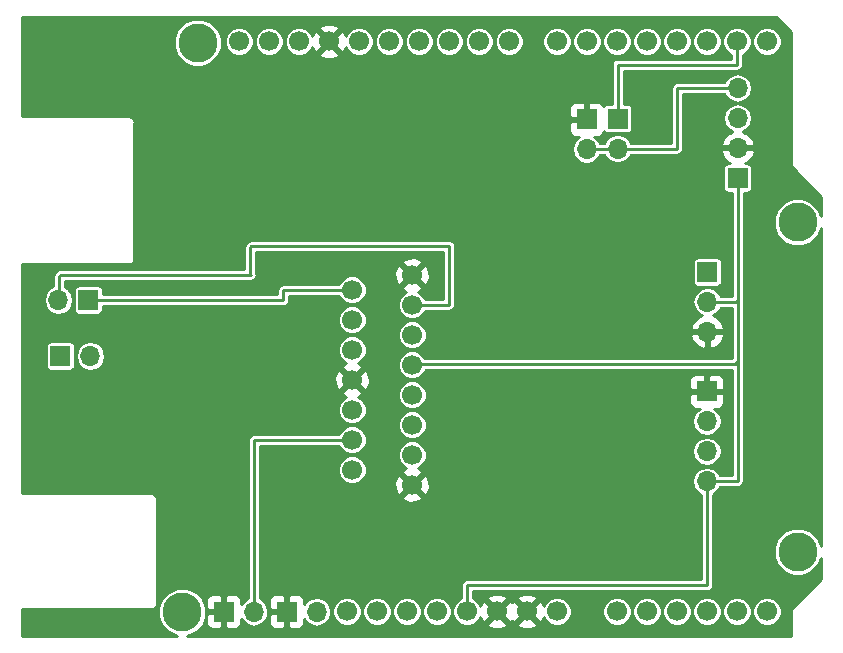
<source format=gbr>
G04 #@! TF.FileFunction,Copper,L2,Bot,Signal*
%FSLAX46Y46*%
G04 Gerber Fmt 4.6, Leading zero omitted, Abs format (unit mm)*
G04 Created by KiCad (PCBNEW 4.0.7) date 06/26/18 12:22:48*
%MOMM*%
%LPD*%
G01*
G04 APERTURE LIST*
%ADD10C,0.100000*%
%ADD11C,3.300000*%
%ADD12C,1.700000*%
%ADD13R,1.700000X1.700000*%
%ADD14O,1.700000X1.700000*%
%ADD15C,0.250000*%
%ADD16C,0.254000*%
G04 APERTURE END LIST*
D10*
D11*
X163940000Y-124070000D03*
X163940000Y-96170000D03*
X113140000Y-80970000D03*
D12*
X158810000Y-80860000D03*
X156270000Y-80860000D03*
X153730000Y-80860000D03*
X151190000Y-80860000D03*
X148650000Y-80860000D03*
X146110000Y-80860000D03*
X143570000Y-80860000D03*
X161350000Y-80860000D03*
X139510000Y-80860000D03*
X136970000Y-80860000D03*
X134430000Y-80860000D03*
X131890000Y-80860000D03*
X129350000Y-80860000D03*
X126810000Y-80860000D03*
X124270000Y-80860000D03*
X121730000Y-80860000D03*
X119190000Y-80860000D03*
X161350000Y-129120000D03*
X158810000Y-129120000D03*
X156270000Y-129120000D03*
X153730000Y-129120000D03*
X151190000Y-129120000D03*
X148650000Y-129120000D03*
X143570000Y-129120000D03*
X141030000Y-129120000D03*
X138490000Y-129120000D03*
X135950000Y-129120000D03*
X133410000Y-129120000D03*
X130870000Y-129120000D03*
X128330000Y-129120000D03*
X125790000Y-129120000D03*
X116650000Y-80860000D03*
D11*
X111840000Y-129170000D03*
D13*
X103880000Y-102750000D03*
D14*
X101340000Y-102750000D03*
D13*
X101510000Y-107490000D03*
D14*
X104050000Y-107490000D03*
D13*
X156260000Y-110470000D03*
D14*
X156260000Y-113010000D03*
X156260000Y-115550000D03*
X156260000Y-118090000D03*
D13*
X158860000Y-92420000D03*
D14*
X158860000Y-89880000D03*
X158860000Y-87340000D03*
X158860000Y-84800000D03*
D12*
X131300000Y-118410000D03*
X126220000Y-117140000D03*
X131300000Y-115870000D03*
X126220000Y-114600000D03*
X131300000Y-113330000D03*
X126220000Y-112060000D03*
X131300000Y-110790000D03*
X126220000Y-109520000D03*
X131300000Y-108250000D03*
X126220000Y-106980000D03*
X131300000Y-105710000D03*
X126220000Y-104440000D03*
X131300000Y-103170000D03*
X126220000Y-101900000D03*
X131300000Y-100630000D03*
D13*
X156290000Y-100370000D03*
D14*
X156290000Y-102910000D03*
X156290000Y-105450000D03*
D13*
X148700000Y-87400000D03*
D14*
X148700000Y-89940000D03*
D13*
X146080000Y-87440000D03*
D14*
X146080000Y-89980000D03*
D13*
X120670000Y-129140000D03*
D14*
X123210000Y-129140000D03*
D13*
X115360000Y-129140000D03*
D14*
X117900000Y-129140000D03*
D15*
X117900000Y-129140000D02*
X117900000Y-114610000D01*
X117910000Y-114600000D02*
X126220000Y-114600000D01*
X117900000Y-114610000D02*
X117910000Y-114600000D01*
X103880000Y-102750000D02*
X120390000Y-102750000D01*
X120400000Y-101910000D02*
X126210000Y-101910000D01*
X120410000Y-101920000D02*
X120400000Y-101910000D01*
X120410000Y-102730000D02*
X120410000Y-101920000D01*
X120390000Y-102750000D02*
X120410000Y-102730000D01*
X126210000Y-101910000D02*
X126220000Y-101900000D01*
X134440000Y-103170000D02*
X134440000Y-98230000D01*
X131300000Y-103170000D02*
X134440000Y-103170000D01*
X101440000Y-100730000D02*
X101440000Y-102650000D01*
X101570000Y-100600000D02*
X101440000Y-100730000D01*
X117630000Y-100600000D02*
X101570000Y-100600000D01*
X117610000Y-100580000D02*
X117630000Y-100600000D01*
X117610000Y-98270000D02*
X117610000Y-100580000D01*
X117670000Y-98210000D02*
X117610000Y-98270000D01*
X134460000Y-98210000D02*
X117670000Y-98210000D01*
X134440000Y-98230000D02*
X134460000Y-98210000D01*
X101440000Y-102650000D02*
X101340000Y-102750000D01*
X156290000Y-81010000D02*
X156270000Y-80990000D01*
X129250000Y-81090000D02*
X129350000Y-80990000D01*
X148700000Y-89940000D02*
X146120000Y-89940000D01*
X146120000Y-89940000D02*
X146080000Y-89980000D01*
X148700000Y-89940000D02*
X153700000Y-89940000D01*
X153780000Y-84800000D02*
X158860000Y-84800000D01*
X153740000Y-84840000D02*
X153780000Y-84800000D01*
X153740000Y-89900000D02*
X153740000Y-84840000D01*
X153700000Y-89940000D02*
X153740000Y-89900000D01*
X131360000Y-108190000D02*
X132940000Y-108190000D01*
X158620000Y-108190000D02*
X158860000Y-107950000D01*
X132940000Y-108190000D02*
X158620000Y-108190000D01*
X131360000Y-108190000D02*
X131300000Y-108250000D01*
X156290000Y-102910000D02*
X158700000Y-102910000D01*
X158700000Y-102910000D02*
X158860000Y-102750000D01*
X158860000Y-92420000D02*
X158860000Y-102750000D01*
X158860000Y-102750000D02*
X158860000Y-107950000D01*
X158860000Y-107950000D02*
X158860000Y-118080000D01*
X158860000Y-118080000D02*
X158850000Y-118090000D01*
X158850000Y-118090000D02*
X156260000Y-118090000D01*
X135950000Y-129120000D02*
X135950000Y-126910000D01*
X156260000Y-126840000D02*
X156260000Y-118090000D01*
X156300000Y-126880000D02*
X156260000Y-126840000D01*
X135980000Y-126880000D02*
X156300000Y-126880000D01*
X135950000Y-126910000D02*
X135980000Y-126880000D01*
X148700000Y-87400000D02*
X148700000Y-82820000D01*
X158810000Y-82830000D02*
X158810000Y-80860000D01*
X158820000Y-82840000D02*
X158810000Y-82830000D01*
X148720000Y-82840000D02*
X158820000Y-82840000D01*
X148700000Y-82820000D02*
X148720000Y-82840000D01*
D16*
G36*
X163384000Y-80018881D02*
X163384000Y-91270000D01*
X163418711Y-91444504D01*
X163517559Y-91592441D01*
X165934000Y-94008881D01*
X165934000Y-95677382D01*
X165662802Y-95021034D01*
X165091971Y-94449206D01*
X164345763Y-94139353D01*
X163537781Y-94138648D01*
X162791034Y-94447198D01*
X162219206Y-95018029D01*
X161909353Y-95764237D01*
X161908648Y-96572219D01*
X162217198Y-97318966D01*
X162788029Y-97890794D01*
X163534237Y-98200647D01*
X164342219Y-98201352D01*
X165088966Y-97892802D01*
X165660794Y-97321971D01*
X165934000Y-96664019D01*
X165934000Y-123577382D01*
X165662802Y-122921034D01*
X165091971Y-122349206D01*
X164345763Y-122039353D01*
X163537781Y-122038648D01*
X162791034Y-122347198D01*
X162219206Y-122918029D01*
X161909353Y-123664237D01*
X161908648Y-124472219D01*
X162217198Y-125218966D01*
X162788029Y-125790794D01*
X163534237Y-126100647D01*
X164342219Y-126101352D01*
X165088966Y-125792802D01*
X165660794Y-125221971D01*
X165934000Y-124564019D01*
X165934000Y-126371119D01*
X163507559Y-128797559D01*
X163408711Y-128945496D01*
X163374000Y-129120000D01*
X163374000Y-131194000D01*
X112260012Y-131194000D01*
X112988966Y-130892802D01*
X113560794Y-130321971D01*
X113870647Y-129575763D01*
X113870777Y-129425750D01*
X113875000Y-129425750D01*
X113875000Y-130116309D01*
X113971673Y-130349698D01*
X114150301Y-130528327D01*
X114383690Y-130625000D01*
X115074250Y-130625000D01*
X115233000Y-130466250D01*
X115233000Y-129267000D01*
X114033750Y-129267000D01*
X113875000Y-129425750D01*
X113870777Y-129425750D01*
X113871352Y-128767781D01*
X113621747Y-128163691D01*
X113875000Y-128163691D01*
X113875000Y-128854250D01*
X114033750Y-129013000D01*
X115233000Y-129013000D01*
X115233000Y-127813750D01*
X115487000Y-127813750D01*
X115487000Y-129013000D01*
X115507000Y-129013000D01*
X115507000Y-129267000D01*
X115487000Y-129267000D01*
X115487000Y-130466250D01*
X115645750Y-130625000D01*
X116336310Y-130625000D01*
X116569699Y-130528327D01*
X116748327Y-130349698D01*
X116845000Y-130116309D01*
X116845000Y-129758364D01*
X117029552Y-130034565D01*
X117428917Y-130301413D01*
X117900000Y-130395117D01*
X118371083Y-130301413D01*
X118770448Y-130034565D01*
X119037296Y-129635200D01*
X119078958Y-129425750D01*
X119185000Y-129425750D01*
X119185000Y-130116309D01*
X119281673Y-130349698D01*
X119460301Y-130528327D01*
X119693690Y-130625000D01*
X120384250Y-130625000D01*
X120543000Y-130466250D01*
X120543000Y-129267000D01*
X119343750Y-129267000D01*
X119185000Y-129425750D01*
X119078958Y-129425750D01*
X119131000Y-129164117D01*
X119131000Y-129115883D01*
X119037296Y-128644800D01*
X118770448Y-128245435D01*
X118648110Y-128163691D01*
X119185000Y-128163691D01*
X119185000Y-128854250D01*
X119343750Y-129013000D01*
X120543000Y-129013000D01*
X120543000Y-127813750D01*
X120797000Y-127813750D01*
X120797000Y-129013000D01*
X120817000Y-129013000D01*
X120817000Y-129267000D01*
X120797000Y-129267000D01*
X120797000Y-130466250D01*
X120955750Y-130625000D01*
X121646310Y-130625000D01*
X121879699Y-130528327D01*
X122058327Y-130349698D01*
X122155000Y-130116309D01*
X122155000Y-129758364D01*
X122339552Y-130034565D01*
X122738917Y-130301413D01*
X123210000Y-130395117D01*
X123681083Y-130301413D01*
X124080448Y-130034565D01*
X124347296Y-129635200D01*
X124401283Y-129363787D01*
X124558787Y-129363787D01*
X124745800Y-129816395D01*
X125091784Y-130162983D01*
X125544065Y-130350786D01*
X126033787Y-130351213D01*
X126486395Y-130164200D01*
X126832983Y-129818216D01*
X127020786Y-129365935D01*
X127020787Y-129363787D01*
X127098787Y-129363787D01*
X127285800Y-129816395D01*
X127631784Y-130162983D01*
X128084065Y-130350786D01*
X128573787Y-130351213D01*
X129026395Y-130164200D01*
X129372983Y-129818216D01*
X129560786Y-129365935D01*
X129560787Y-129363787D01*
X129638787Y-129363787D01*
X129825800Y-129816395D01*
X130171784Y-130162983D01*
X130624065Y-130350786D01*
X131113787Y-130351213D01*
X131566395Y-130164200D01*
X131912983Y-129818216D01*
X132100786Y-129365935D01*
X132100787Y-129363787D01*
X132178787Y-129363787D01*
X132365800Y-129816395D01*
X132711784Y-130162983D01*
X133164065Y-130350786D01*
X133653787Y-130351213D01*
X134106395Y-130164200D01*
X134452983Y-129818216D01*
X134640786Y-129365935D01*
X134641213Y-128876213D01*
X134454200Y-128423605D01*
X134108216Y-128077017D01*
X133655935Y-127889214D01*
X133166213Y-127888787D01*
X132713605Y-128075800D01*
X132367017Y-128421784D01*
X132179214Y-128874065D01*
X132178787Y-129363787D01*
X132100787Y-129363787D01*
X132101213Y-128876213D01*
X131914200Y-128423605D01*
X131568216Y-128077017D01*
X131115935Y-127889214D01*
X130626213Y-127888787D01*
X130173605Y-128075800D01*
X129827017Y-128421784D01*
X129639214Y-128874065D01*
X129638787Y-129363787D01*
X129560787Y-129363787D01*
X129561213Y-128876213D01*
X129374200Y-128423605D01*
X129028216Y-128077017D01*
X128575935Y-127889214D01*
X128086213Y-127888787D01*
X127633605Y-128075800D01*
X127287017Y-128421784D01*
X127099214Y-128874065D01*
X127098787Y-129363787D01*
X127020787Y-129363787D01*
X127021213Y-128876213D01*
X126834200Y-128423605D01*
X126488216Y-128077017D01*
X126035935Y-127889214D01*
X125546213Y-127888787D01*
X125093605Y-128075800D01*
X124747017Y-128421784D01*
X124559214Y-128874065D01*
X124558787Y-129363787D01*
X124401283Y-129363787D01*
X124441000Y-129164117D01*
X124441000Y-129115883D01*
X124347296Y-128644800D01*
X124080448Y-128245435D01*
X123681083Y-127978587D01*
X123210000Y-127884883D01*
X122738917Y-127978587D01*
X122339552Y-128245435D01*
X122155000Y-128521636D01*
X122155000Y-128163691D01*
X122058327Y-127930302D01*
X121879699Y-127751673D01*
X121646310Y-127655000D01*
X120955750Y-127655000D01*
X120797000Y-127813750D01*
X120543000Y-127813750D01*
X120384250Y-127655000D01*
X119693690Y-127655000D01*
X119460301Y-127751673D01*
X119281673Y-127930302D01*
X119185000Y-128163691D01*
X118648110Y-128163691D01*
X118406000Y-128001918D01*
X118406000Y-119453958D01*
X130435647Y-119453958D01*
X130515920Y-119705259D01*
X131071279Y-119906718D01*
X131661458Y-119880315D01*
X132084080Y-119705259D01*
X132164353Y-119453958D01*
X131300000Y-118589605D01*
X130435647Y-119453958D01*
X118406000Y-119453958D01*
X118406000Y-117383787D01*
X124988787Y-117383787D01*
X125175800Y-117836395D01*
X125521784Y-118182983D01*
X125974065Y-118370786D01*
X126463787Y-118371213D01*
X126916395Y-118184200D01*
X126919321Y-118181279D01*
X129803282Y-118181279D01*
X129829685Y-118771458D01*
X130004741Y-119194080D01*
X130256042Y-119274353D01*
X131120395Y-118410000D01*
X131479605Y-118410000D01*
X132343958Y-119274353D01*
X132595259Y-119194080D01*
X132796718Y-118638721D01*
X132770315Y-118048542D01*
X132595259Y-117625920D01*
X132343958Y-117545647D01*
X131479605Y-118410000D01*
X131120395Y-118410000D01*
X130256042Y-117545647D01*
X130004741Y-117625920D01*
X129803282Y-118181279D01*
X126919321Y-118181279D01*
X127262983Y-117838216D01*
X127450786Y-117385935D01*
X127451213Y-116896213D01*
X127264200Y-116443605D01*
X126934957Y-116113787D01*
X130068787Y-116113787D01*
X130255800Y-116566395D01*
X130601784Y-116912983D01*
X130802148Y-116996181D01*
X130515920Y-117114741D01*
X130435647Y-117366042D01*
X131300000Y-118230395D01*
X132164353Y-117366042D01*
X132084080Y-117114741D01*
X131778940Y-117004050D01*
X131996395Y-116914200D01*
X132342983Y-116568216D01*
X132530786Y-116115935D01*
X132531213Y-115626213D01*
X132499723Y-115550000D01*
X155004883Y-115550000D01*
X155098587Y-116021083D01*
X155365435Y-116420448D01*
X155764800Y-116687296D01*
X156235883Y-116781000D01*
X156284117Y-116781000D01*
X156755200Y-116687296D01*
X157154565Y-116420448D01*
X157421413Y-116021083D01*
X157515117Y-115550000D01*
X157421413Y-115078917D01*
X157154565Y-114679552D01*
X156755200Y-114412704D01*
X156284117Y-114319000D01*
X156235883Y-114319000D01*
X155764800Y-114412704D01*
X155365435Y-114679552D01*
X155098587Y-115078917D01*
X155004883Y-115550000D01*
X132499723Y-115550000D01*
X132344200Y-115173605D01*
X131998216Y-114827017D01*
X131545935Y-114639214D01*
X131056213Y-114638787D01*
X130603605Y-114825800D01*
X130257017Y-115171784D01*
X130069214Y-115624065D01*
X130068787Y-116113787D01*
X126934957Y-116113787D01*
X126918216Y-116097017D01*
X126465935Y-115909214D01*
X125976213Y-115908787D01*
X125523605Y-116095800D01*
X125177017Y-116441784D01*
X124989214Y-116894065D01*
X124988787Y-117383787D01*
X118406000Y-117383787D01*
X118406000Y-115106000D01*
X125097131Y-115106000D01*
X125175800Y-115296395D01*
X125521784Y-115642983D01*
X125974065Y-115830786D01*
X126463787Y-115831213D01*
X126916395Y-115644200D01*
X127262983Y-115298216D01*
X127450786Y-114845935D01*
X127451213Y-114356213D01*
X127264200Y-113903605D01*
X126934957Y-113573787D01*
X130068787Y-113573787D01*
X130255800Y-114026395D01*
X130601784Y-114372983D01*
X131054065Y-114560786D01*
X131543787Y-114561213D01*
X131996395Y-114374200D01*
X132342983Y-114028216D01*
X132530786Y-113575935D01*
X132531213Y-113086213D01*
X132344200Y-112633605D01*
X131998216Y-112287017D01*
X131545935Y-112099214D01*
X131056213Y-112098787D01*
X130603605Y-112285800D01*
X130257017Y-112631784D01*
X130069214Y-113084065D01*
X130068787Y-113573787D01*
X126934957Y-113573787D01*
X126918216Y-113557017D01*
X126465935Y-113369214D01*
X125976213Y-113368787D01*
X125523605Y-113555800D01*
X125177017Y-113901784D01*
X125097202Y-114094000D01*
X117910000Y-114094000D01*
X117716362Y-114132517D01*
X117552204Y-114242204D01*
X117542204Y-114252204D01*
X117432517Y-114416362D01*
X117394000Y-114610000D01*
X117394000Y-128001918D01*
X117029552Y-128245435D01*
X116845000Y-128521636D01*
X116845000Y-128163691D01*
X116748327Y-127930302D01*
X116569699Y-127751673D01*
X116336310Y-127655000D01*
X115645750Y-127655000D01*
X115487000Y-127813750D01*
X115233000Y-127813750D01*
X115074250Y-127655000D01*
X114383690Y-127655000D01*
X114150301Y-127751673D01*
X113971673Y-127930302D01*
X113875000Y-128163691D01*
X113621747Y-128163691D01*
X113562802Y-128021034D01*
X112991971Y-127449206D01*
X112245763Y-127139353D01*
X111437781Y-127138648D01*
X110691034Y-127447198D01*
X110119206Y-128018029D01*
X109809353Y-128764237D01*
X109808648Y-129572219D01*
X110117198Y-130318966D01*
X110688029Y-130890794D01*
X111418229Y-131194000D01*
X98236000Y-131194000D01*
X98236000Y-128936000D01*
X109240000Y-128936000D01*
X109414504Y-128901289D01*
X109562441Y-128802441D01*
X109661289Y-128654504D01*
X109696000Y-128480000D01*
X109696000Y-119580000D01*
X109661289Y-119405496D01*
X109562441Y-119257559D01*
X109414504Y-119158711D01*
X109240000Y-119124000D01*
X98246000Y-119124000D01*
X98246000Y-112303787D01*
X124988787Y-112303787D01*
X125175800Y-112756395D01*
X125521784Y-113102983D01*
X125974065Y-113290786D01*
X126463787Y-113291213D01*
X126916395Y-113104200D01*
X127262983Y-112758216D01*
X127450786Y-112305935D01*
X127451213Y-111816213D01*
X127264200Y-111363605D01*
X126934957Y-111033787D01*
X130068787Y-111033787D01*
X130255800Y-111486395D01*
X130601784Y-111832983D01*
X131054065Y-112020786D01*
X131543787Y-112021213D01*
X131996395Y-111834200D01*
X132342983Y-111488216D01*
X132530786Y-111035935D01*
X132531030Y-110755750D01*
X154775000Y-110755750D01*
X154775000Y-111446310D01*
X154871673Y-111679699D01*
X155050302Y-111858327D01*
X155283691Y-111955000D01*
X155641636Y-111955000D01*
X155365435Y-112139552D01*
X155098587Y-112538917D01*
X155004883Y-113010000D01*
X155098587Y-113481083D01*
X155365435Y-113880448D01*
X155764800Y-114147296D01*
X156235883Y-114241000D01*
X156284117Y-114241000D01*
X156755200Y-114147296D01*
X157154565Y-113880448D01*
X157421413Y-113481083D01*
X157515117Y-113010000D01*
X157421413Y-112538917D01*
X157154565Y-112139552D01*
X156878364Y-111955000D01*
X157236309Y-111955000D01*
X157469698Y-111858327D01*
X157648327Y-111679699D01*
X157745000Y-111446310D01*
X157745000Y-110755750D01*
X157586250Y-110597000D01*
X156387000Y-110597000D01*
X156387000Y-110617000D01*
X156133000Y-110617000D01*
X156133000Y-110597000D01*
X154933750Y-110597000D01*
X154775000Y-110755750D01*
X132531030Y-110755750D01*
X132531213Y-110546213D01*
X132344200Y-110093605D01*
X131998216Y-109747017D01*
X131545935Y-109559214D01*
X131056213Y-109558787D01*
X130603605Y-109745800D01*
X130257017Y-110091784D01*
X130069214Y-110544065D01*
X130068787Y-111033787D01*
X126934957Y-111033787D01*
X126918216Y-111017017D01*
X126717852Y-110933819D01*
X127004080Y-110815259D01*
X127084353Y-110563958D01*
X126220000Y-109699605D01*
X125355647Y-110563958D01*
X125435920Y-110815259D01*
X125741060Y-110925950D01*
X125523605Y-111015800D01*
X125177017Y-111361784D01*
X124989214Y-111814065D01*
X124988787Y-112303787D01*
X98246000Y-112303787D01*
X98246000Y-109291279D01*
X124723282Y-109291279D01*
X124749685Y-109881458D01*
X124924741Y-110304080D01*
X125176042Y-110384353D01*
X126040395Y-109520000D01*
X126399605Y-109520000D01*
X127263958Y-110384353D01*
X127515259Y-110304080D01*
X127716718Y-109748721D01*
X127705309Y-109493690D01*
X154775000Y-109493690D01*
X154775000Y-110184250D01*
X154933750Y-110343000D01*
X156133000Y-110343000D01*
X156133000Y-109143750D01*
X156387000Y-109143750D01*
X156387000Y-110343000D01*
X157586250Y-110343000D01*
X157745000Y-110184250D01*
X157745000Y-109493690D01*
X157648327Y-109260301D01*
X157469698Y-109081673D01*
X157236309Y-108985000D01*
X156545750Y-108985000D01*
X156387000Y-109143750D01*
X156133000Y-109143750D01*
X155974250Y-108985000D01*
X155283691Y-108985000D01*
X155050302Y-109081673D01*
X154871673Y-109260301D01*
X154775000Y-109493690D01*
X127705309Y-109493690D01*
X127690315Y-109158542D01*
X127515259Y-108735920D01*
X127263958Y-108655647D01*
X126399605Y-109520000D01*
X126040395Y-109520000D01*
X125176042Y-108655647D01*
X124924741Y-108735920D01*
X124723282Y-109291279D01*
X98246000Y-109291279D01*
X98246000Y-106640000D01*
X100271536Y-106640000D01*
X100271536Y-108340000D01*
X100298103Y-108481190D01*
X100381546Y-108610865D01*
X100508866Y-108697859D01*
X100660000Y-108728464D01*
X102360000Y-108728464D01*
X102501190Y-108701897D01*
X102630865Y-108618454D01*
X102717859Y-108491134D01*
X102748464Y-108340000D01*
X102748464Y-107465883D01*
X102819000Y-107465883D01*
X102819000Y-107514117D01*
X102912704Y-107985200D01*
X103179552Y-108384565D01*
X103578917Y-108651413D01*
X104050000Y-108745117D01*
X104521083Y-108651413D01*
X104920448Y-108384565D01*
X105187296Y-107985200D01*
X105281000Y-107514117D01*
X105281000Y-107465883D01*
X105232845Y-107223787D01*
X124988787Y-107223787D01*
X125175800Y-107676395D01*
X125521784Y-108022983D01*
X125722148Y-108106181D01*
X125435920Y-108224741D01*
X125355647Y-108476042D01*
X126220000Y-109340395D01*
X127066608Y-108493787D01*
X130068787Y-108493787D01*
X130255800Y-108946395D01*
X130601784Y-109292983D01*
X131054065Y-109480786D01*
X131543787Y-109481213D01*
X131996395Y-109294200D01*
X132342983Y-108948216D01*
X132447712Y-108696000D01*
X158354000Y-108696000D01*
X158354000Y-117584000D01*
X157398082Y-117584000D01*
X157154565Y-117219552D01*
X156755200Y-116952704D01*
X156284117Y-116859000D01*
X156235883Y-116859000D01*
X155764800Y-116952704D01*
X155365435Y-117219552D01*
X155098587Y-117618917D01*
X155004883Y-118090000D01*
X155098587Y-118561083D01*
X155365435Y-118960448D01*
X155754000Y-119220080D01*
X155754000Y-126374000D01*
X135980000Y-126374000D01*
X135786362Y-126412517D01*
X135622204Y-126522204D01*
X135592204Y-126552204D01*
X135482517Y-126716362D01*
X135444000Y-126910000D01*
X135444000Y-127997131D01*
X135253605Y-128075800D01*
X134907017Y-128421784D01*
X134719214Y-128874065D01*
X134718787Y-129363787D01*
X134905800Y-129816395D01*
X135251784Y-130162983D01*
X135704065Y-130350786D01*
X136193787Y-130351213D01*
X136646395Y-130164200D01*
X136646637Y-130163958D01*
X137625647Y-130163958D01*
X137705920Y-130415259D01*
X138261279Y-130616718D01*
X138851458Y-130590315D01*
X139274080Y-130415259D01*
X139354353Y-130163958D01*
X140165647Y-130163958D01*
X140245920Y-130415259D01*
X140801279Y-130616718D01*
X141391458Y-130590315D01*
X141814080Y-130415259D01*
X141894353Y-130163958D01*
X141030000Y-129299605D01*
X140165647Y-130163958D01*
X139354353Y-130163958D01*
X138490000Y-129299605D01*
X137625647Y-130163958D01*
X136646637Y-130163958D01*
X136992983Y-129818216D01*
X137076181Y-129617852D01*
X137194741Y-129904080D01*
X137446042Y-129984353D01*
X138310395Y-129120000D01*
X138669605Y-129120000D01*
X139533958Y-129984353D01*
X139760000Y-129912148D01*
X139986042Y-129984353D01*
X140850395Y-129120000D01*
X141209605Y-129120000D01*
X142073958Y-129984353D01*
X142325259Y-129904080D01*
X142435950Y-129598940D01*
X142525800Y-129816395D01*
X142871784Y-130162983D01*
X143324065Y-130350786D01*
X143813787Y-130351213D01*
X144266395Y-130164200D01*
X144612983Y-129818216D01*
X144800786Y-129365935D01*
X144800787Y-129363787D01*
X147418787Y-129363787D01*
X147605800Y-129816395D01*
X147951784Y-130162983D01*
X148404065Y-130350786D01*
X148893787Y-130351213D01*
X149346395Y-130164200D01*
X149692983Y-129818216D01*
X149880786Y-129365935D01*
X149880787Y-129363787D01*
X149958787Y-129363787D01*
X150145800Y-129816395D01*
X150491784Y-130162983D01*
X150944065Y-130350786D01*
X151433787Y-130351213D01*
X151886395Y-130164200D01*
X152232983Y-129818216D01*
X152420786Y-129365935D01*
X152420787Y-129363787D01*
X152498787Y-129363787D01*
X152685800Y-129816395D01*
X153031784Y-130162983D01*
X153484065Y-130350786D01*
X153973787Y-130351213D01*
X154426395Y-130164200D01*
X154772983Y-129818216D01*
X154960786Y-129365935D01*
X154960787Y-129363787D01*
X155038787Y-129363787D01*
X155225800Y-129816395D01*
X155571784Y-130162983D01*
X156024065Y-130350786D01*
X156513787Y-130351213D01*
X156966395Y-130164200D01*
X157312983Y-129818216D01*
X157500786Y-129365935D01*
X157500787Y-129363787D01*
X157578787Y-129363787D01*
X157765800Y-129816395D01*
X158111784Y-130162983D01*
X158564065Y-130350786D01*
X159053787Y-130351213D01*
X159506395Y-130164200D01*
X159852983Y-129818216D01*
X160040786Y-129365935D01*
X160040787Y-129363787D01*
X160118787Y-129363787D01*
X160305800Y-129816395D01*
X160651784Y-130162983D01*
X161104065Y-130350786D01*
X161593787Y-130351213D01*
X162046395Y-130164200D01*
X162392983Y-129818216D01*
X162580786Y-129365935D01*
X162581213Y-128876213D01*
X162394200Y-128423605D01*
X162048216Y-128077017D01*
X161595935Y-127889214D01*
X161106213Y-127888787D01*
X160653605Y-128075800D01*
X160307017Y-128421784D01*
X160119214Y-128874065D01*
X160118787Y-129363787D01*
X160040787Y-129363787D01*
X160041213Y-128876213D01*
X159854200Y-128423605D01*
X159508216Y-128077017D01*
X159055935Y-127889214D01*
X158566213Y-127888787D01*
X158113605Y-128075800D01*
X157767017Y-128421784D01*
X157579214Y-128874065D01*
X157578787Y-129363787D01*
X157500787Y-129363787D01*
X157501213Y-128876213D01*
X157314200Y-128423605D01*
X156968216Y-128077017D01*
X156515935Y-127889214D01*
X156026213Y-127888787D01*
X155573605Y-128075800D01*
X155227017Y-128421784D01*
X155039214Y-128874065D01*
X155038787Y-129363787D01*
X154960787Y-129363787D01*
X154961213Y-128876213D01*
X154774200Y-128423605D01*
X154428216Y-128077017D01*
X153975935Y-127889214D01*
X153486213Y-127888787D01*
X153033605Y-128075800D01*
X152687017Y-128421784D01*
X152499214Y-128874065D01*
X152498787Y-129363787D01*
X152420787Y-129363787D01*
X152421213Y-128876213D01*
X152234200Y-128423605D01*
X151888216Y-128077017D01*
X151435935Y-127889214D01*
X150946213Y-127888787D01*
X150493605Y-128075800D01*
X150147017Y-128421784D01*
X149959214Y-128874065D01*
X149958787Y-129363787D01*
X149880787Y-129363787D01*
X149881213Y-128876213D01*
X149694200Y-128423605D01*
X149348216Y-128077017D01*
X148895935Y-127889214D01*
X148406213Y-127888787D01*
X147953605Y-128075800D01*
X147607017Y-128421784D01*
X147419214Y-128874065D01*
X147418787Y-129363787D01*
X144800787Y-129363787D01*
X144801213Y-128876213D01*
X144614200Y-128423605D01*
X144268216Y-128077017D01*
X143815935Y-127889214D01*
X143326213Y-127888787D01*
X142873605Y-128075800D01*
X142527017Y-128421784D01*
X142443819Y-128622148D01*
X142325259Y-128335920D01*
X142073958Y-128255647D01*
X141209605Y-129120000D01*
X140850395Y-129120000D01*
X139986042Y-128255647D01*
X139760000Y-128327852D01*
X139533958Y-128255647D01*
X138669605Y-129120000D01*
X138310395Y-129120000D01*
X137446042Y-128255647D01*
X137194741Y-128335920D01*
X137084050Y-128641060D01*
X136994200Y-128423605D01*
X136648216Y-128077017D01*
X136645868Y-128076042D01*
X137625647Y-128076042D01*
X138490000Y-128940395D01*
X139354353Y-128076042D01*
X140165647Y-128076042D01*
X141030000Y-128940395D01*
X141894353Y-128076042D01*
X141814080Y-127824741D01*
X141258721Y-127623282D01*
X140668542Y-127649685D01*
X140245920Y-127824741D01*
X140165647Y-128076042D01*
X139354353Y-128076042D01*
X139274080Y-127824741D01*
X138718721Y-127623282D01*
X138128542Y-127649685D01*
X137705920Y-127824741D01*
X137625647Y-128076042D01*
X136645868Y-128076042D01*
X136456000Y-127997202D01*
X136456000Y-127386000D01*
X156300000Y-127386000D01*
X156493638Y-127347483D01*
X156657796Y-127237796D01*
X156767483Y-127073638D01*
X156806000Y-126880000D01*
X156767483Y-126686362D01*
X156766000Y-126684143D01*
X156766000Y-119220080D01*
X157154565Y-118960448D01*
X157398082Y-118596000D01*
X158850000Y-118596000D01*
X159043638Y-118557483D01*
X159207796Y-118447796D01*
X159217796Y-118437796D01*
X159327483Y-118273638D01*
X159366000Y-118080000D01*
X159366000Y-93658464D01*
X159710000Y-93658464D01*
X159851190Y-93631897D01*
X159980865Y-93548454D01*
X160067859Y-93421134D01*
X160098464Y-93270000D01*
X160098464Y-91570000D01*
X160071897Y-91428810D01*
X159988454Y-91299135D01*
X159861134Y-91212141D01*
X159710000Y-91181536D01*
X159514895Y-91181536D01*
X159741358Y-91075183D01*
X160131645Y-90646924D01*
X160301476Y-90236890D01*
X160180155Y-90007000D01*
X158987000Y-90007000D01*
X158987000Y-90027000D01*
X158733000Y-90027000D01*
X158733000Y-90007000D01*
X157539845Y-90007000D01*
X157418524Y-90236890D01*
X157588355Y-90646924D01*
X157978642Y-91075183D01*
X158205105Y-91181536D01*
X158010000Y-91181536D01*
X157868810Y-91208103D01*
X157739135Y-91291546D01*
X157652141Y-91418866D01*
X157621536Y-91570000D01*
X157621536Y-93270000D01*
X157648103Y-93411190D01*
X157731546Y-93540865D01*
X157858866Y-93627859D01*
X158010000Y-93658464D01*
X158354000Y-93658464D01*
X158354000Y-102404000D01*
X157428082Y-102404000D01*
X157184565Y-102039552D01*
X156785200Y-101772704D01*
X156314117Y-101679000D01*
X156265883Y-101679000D01*
X155794800Y-101772704D01*
X155395435Y-102039552D01*
X155128587Y-102438917D01*
X155034883Y-102910000D01*
X155128587Y-103381083D01*
X155395435Y-103780448D01*
X155794800Y-104047296D01*
X155833947Y-104055083D01*
X155408642Y-104254817D01*
X155018355Y-104683076D01*
X154848524Y-105093110D01*
X154969845Y-105323000D01*
X156163000Y-105323000D01*
X156163000Y-105303000D01*
X156417000Y-105303000D01*
X156417000Y-105323000D01*
X157610155Y-105323000D01*
X157731476Y-105093110D01*
X157561645Y-104683076D01*
X157171358Y-104254817D01*
X156746053Y-104055083D01*
X156785200Y-104047296D01*
X157184565Y-103780448D01*
X157428082Y-103416000D01*
X158354000Y-103416000D01*
X158354000Y-107684000D01*
X132398078Y-107684000D01*
X132344200Y-107553605D01*
X131998216Y-107207017D01*
X131545935Y-107019214D01*
X131056213Y-107018787D01*
X130603605Y-107205800D01*
X130257017Y-107551784D01*
X130069214Y-108004065D01*
X130068787Y-108493787D01*
X127066608Y-108493787D01*
X127084353Y-108476042D01*
X127004080Y-108224741D01*
X126698940Y-108114050D01*
X126916395Y-108024200D01*
X127262983Y-107678216D01*
X127450786Y-107225935D01*
X127451213Y-106736213D01*
X127264200Y-106283605D01*
X126934957Y-105953787D01*
X130068787Y-105953787D01*
X130255800Y-106406395D01*
X130601784Y-106752983D01*
X131054065Y-106940786D01*
X131543787Y-106941213D01*
X131996395Y-106754200D01*
X132342983Y-106408216D01*
X132530786Y-105955935D01*
X132530915Y-105806890D01*
X154848524Y-105806890D01*
X155018355Y-106216924D01*
X155408642Y-106645183D01*
X155933108Y-106891486D01*
X156163000Y-106770819D01*
X156163000Y-105577000D01*
X156417000Y-105577000D01*
X156417000Y-106770819D01*
X156646892Y-106891486D01*
X157171358Y-106645183D01*
X157561645Y-106216924D01*
X157731476Y-105806890D01*
X157610155Y-105577000D01*
X156417000Y-105577000D01*
X156163000Y-105577000D01*
X154969845Y-105577000D01*
X154848524Y-105806890D01*
X132530915Y-105806890D01*
X132531213Y-105466213D01*
X132344200Y-105013605D01*
X131998216Y-104667017D01*
X131545935Y-104479214D01*
X131056213Y-104478787D01*
X130603605Y-104665800D01*
X130257017Y-105011784D01*
X130069214Y-105464065D01*
X130068787Y-105953787D01*
X126934957Y-105953787D01*
X126918216Y-105937017D01*
X126465935Y-105749214D01*
X125976213Y-105748787D01*
X125523605Y-105935800D01*
X125177017Y-106281784D01*
X124989214Y-106734065D01*
X124988787Y-107223787D01*
X105232845Y-107223787D01*
X105187296Y-106994800D01*
X104920448Y-106595435D01*
X104521083Y-106328587D01*
X104050000Y-106234883D01*
X103578917Y-106328587D01*
X103179552Y-106595435D01*
X102912704Y-106994800D01*
X102819000Y-107465883D01*
X102748464Y-107465883D01*
X102748464Y-106640000D01*
X102721897Y-106498810D01*
X102638454Y-106369135D01*
X102511134Y-106282141D01*
X102360000Y-106251536D01*
X100660000Y-106251536D01*
X100518810Y-106278103D01*
X100389135Y-106361546D01*
X100302141Y-106488866D01*
X100271536Y-106640000D01*
X98246000Y-106640000D01*
X98246000Y-104683787D01*
X124988787Y-104683787D01*
X125175800Y-105136395D01*
X125521784Y-105482983D01*
X125974065Y-105670786D01*
X126463787Y-105671213D01*
X126916395Y-105484200D01*
X127262983Y-105138216D01*
X127450786Y-104685935D01*
X127451213Y-104196213D01*
X127264200Y-103743605D01*
X126918216Y-103397017D01*
X126465935Y-103209214D01*
X125976213Y-103208787D01*
X125523605Y-103395800D01*
X125177017Y-103741784D01*
X124989214Y-104194065D01*
X124988787Y-104683787D01*
X98246000Y-104683787D01*
X98246000Y-102725883D01*
X100109000Y-102725883D01*
X100109000Y-102774117D01*
X100202704Y-103245200D01*
X100469552Y-103644565D01*
X100868917Y-103911413D01*
X101340000Y-104005117D01*
X101811083Y-103911413D01*
X102210448Y-103644565D01*
X102477296Y-103245200D01*
X102571000Y-102774117D01*
X102571000Y-102725883D01*
X102477296Y-102254800D01*
X102240226Y-101900000D01*
X102641536Y-101900000D01*
X102641536Y-103600000D01*
X102668103Y-103741190D01*
X102751546Y-103870865D01*
X102878866Y-103957859D01*
X103030000Y-103988464D01*
X104730000Y-103988464D01*
X104871190Y-103961897D01*
X105000865Y-103878454D01*
X105087859Y-103751134D01*
X105118464Y-103600000D01*
X105118464Y-103256000D01*
X120390000Y-103256000D01*
X120583638Y-103217483D01*
X120747796Y-103107796D01*
X120767796Y-103087796D01*
X120877483Y-102923638D01*
X120916000Y-102730000D01*
X120916000Y-102416000D01*
X125101263Y-102416000D01*
X125175800Y-102596395D01*
X125521784Y-102942983D01*
X125974065Y-103130786D01*
X126463787Y-103131213D01*
X126916395Y-102944200D01*
X127262983Y-102598216D01*
X127450786Y-102145935D01*
X127451213Y-101656213D01*
X127264200Y-101203605D01*
X126918216Y-100857017D01*
X126465935Y-100669214D01*
X125976213Y-100668787D01*
X125523605Y-100855800D01*
X125177017Y-101201784D01*
X125093050Y-101404000D01*
X120400000Y-101404000D01*
X120206362Y-101442517D01*
X120042204Y-101552204D01*
X119932517Y-101716362D01*
X119894000Y-101910000D01*
X119904000Y-101960273D01*
X119904000Y-102244000D01*
X105118464Y-102244000D01*
X105118464Y-101900000D01*
X105091897Y-101758810D01*
X105008454Y-101629135D01*
X104881134Y-101542141D01*
X104730000Y-101511536D01*
X103030000Y-101511536D01*
X102888810Y-101538103D01*
X102759135Y-101621546D01*
X102672141Y-101748866D01*
X102641536Y-101900000D01*
X102240226Y-101900000D01*
X102210448Y-101855435D01*
X101946000Y-101678736D01*
X101946000Y-101106000D01*
X117630000Y-101106000D01*
X117823638Y-101067483D01*
X117987796Y-100957796D01*
X118097483Y-100793638D01*
X118136000Y-100600000D01*
X118116000Y-100499453D01*
X118116000Y-100401279D01*
X129803282Y-100401279D01*
X129829685Y-100991458D01*
X130004741Y-101414080D01*
X130256042Y-101494353D01*
X131120395Y-100630000D01*
X131479605Y-100630000D01*
X132343958Y-101494353D01*
X132595259Y-101414080D01*
X132796718Y-100858721D01*
X132770315Y-100268542D01*
X132595259Y-99845920D01*
X132343958Y-99765647D01*
X131479605Y-100630000D01*
X131120395Y-100630000D01*
X130256042Y-99765647D01*
X130004741Y-99845920D01*
X129803282Y-100401279D01*
X118116000Y-100401279D01*
X118116000Y-99586042D01*
X130435647Y-99586042D01*
X131300000Y-100450395D01*
X132164353Y-99586042D01*
X132084080Y-99334741D01*
X131528721Y-99133282D01*
X130938542Y-99159685D01*
X130515920Y-99334741D01*
X130435647Y-99586042D01*
X118116000Y-99586042D01*
X118116000Y-98716000D01*
X133934000Y-98716000D01*
X133934000Y-102664000D01*
X132422869Y-102664000D01*
X132344200Y-102473605D01*
X131998216Y-102127017D01*
X131797852Y-102043819D01*
X132084080Y-101925259D01*
X132164353Y-101673958D01*
X131300000Y-100809605D01*
X130435647Y-101673958D01*
X130515920Y-101925259D01*
X130821060Y-102035950D01*
X130603605Y-102125800D01*
X130257017Y-102471784D01*
X130069214Y-102924065D01*
X130068787Y-103413787D01*
X130255800Y-103866395D01*
X130601784Y-104212983D01*
X131054065Y-104400786D01*
X131543787Y-104401213D01*
X131996395Y-104214200D01*
X132342983Y-103868216D01*
X132422798Y-103676000D01*
X134440000Y-103676000D01*
X134633638Y-103637483D01*
X134797796Y-103527796D01*
X134907483Y-103363638D01*
X134946000Y-103170000D01*
X134946000Y-99520000D01*
X155051536Y-99520000D01*
X155051536Y-101220000D01*
X155078103Y-101361190D01*
X155161546Y-101490865D01*
X155288866Y-101577859D01*
X155440000Y-101608464D01*
X157140000Y-101608464D01*
X157281190Y-101581897D01*
X157410865Y-101498454D01*
X157497859Y-101371134D01*
X157528464Y-101220000D01*
X157528464Y-99520000D01*
X157501897Y-99378810D01*
X157418454Y-99249135D01*
X157291134Y-99162141D01*
X157140000Y-99131536D01*
X155440000Y-99131536D01*
X155298810Y-99158103D01*
X155169135Y-99241546D01*
X155082141Y-99368866D01*
X155051536Y-99520000D01*
X134946000Y-99520000D01*
X134946000Y-98310547D01*
X134966000Y-98210000D01*
X134927483Y-98016363D01*
X134927483Y-98016362D01*
X134817796Y-97852204D01*
X134653638Y-97742517D01*
X134460000Y-97704000D01*
X117670000Y-97704000D01*
X117476362Y-97742517D01*
X117312204Y-97852204D01*
X117252204Y-97912204D01*
X117142517Y-98076362D01*
X117104000Y-98270000D01*
X117104000Y-100094000D01*
X101570000Y-100094000D01*
X101376362Y-100132517D01*
X101242136Y-100222204D01*
X101212204Y-100242204D01*
X101082204Y-100372204D01*
X100972517Y-100536362D01*
X100934000Y-100730000D01*
X100934000Y-101575641D01*
X100868917Y-101588587D01*
X100469552Y-101855435D01*
X100202704Y-102254800D01*
X100109000Y-102725883D01*
X98246000Y-102725883D01*
X98246000Y-99726000D01*
X107330000Y-99726000D01*
X107504504Y-99691289D01*
X107652441Y-99592441D01*
X107751289Y-99444504D01*
X107786000Y-99270000D01*
X107786000Y-87770547D01*
X107794910Y-87725750D01*
X144595000Y-87725750D01*
X144595000Y-88416310D01*
X144691673Y-88649699D01*
X144870302Y-88828327D01*
X145103691Y-88925000D01*
X145461636Y-88925000D01*
X145185435Y-89109552D01*
X144918587Y-89508917D01*
X144824883Y-89980000D01*
X144918587Y-90451083D01*
X145185435Y-90850448D01*
X145584800Y-91117296D01*
X146055883Y-91211000D01*
X146104117Y-91211000D01*
X146575200Y-91117296D01*
X146974565Y-90850448D01*
X147241413Y-90451083D01*
X147242424Y-90446000D01*
X147561918Y-90446000D01*
X147805435Y-90810448D01*
X148204800Y-91077296D01*
X148675883Y-91171000D01*
X148724117Y-91171000D01*
X149195200Y-91077296D01*
X149594565Y-90810448D01*
X149838082Y-90446000D01*
X153700000Y-90446000D01*
X153893638Y-90407483D01*
X154057796Y-90297796D01*
X154097796Y-90257796D01*
X154111765Y-90236890D01*
X154207483Y-90093638D01*
X154246000Y-89900000D01*
X154246000Y-89523110D01*
X157418524Y-89523110D01*
X157539845Y-89753000D01*
X158733000Y-89753000D01*
X158733000Y-89733000D01*
X158987000Y-89733000D01*
X158987000Y-89753000D01*
X160180155Y-89753000D01*
X160301476Y-89523110D01*
X160131645Y-89113076D01*
X159741358Y-88684817D01*
X159316053Y-88485083D01*
X159355200Y-88477296D01*
X159754565Y-88210448D01*
X160021413Y-87811083D01*
X160115117Y-87340000D01*
X160021413Y-86868917D01*
X159754565Y-86469552D01*
X159355200Y-86202704D01*
X158884117Y-86109000D01*
X158835883Y-86109000D01*
X158364800Y-86202704D01*
X157965435Y-86469552D01*
X157698587Y-86868917D01*
X157604883Y-87340000D01*
X157698587Y-87811083D01*
X157965435Y-88210448D01*
X158364800Y-88477296D01*
X158403947Y-88485083D01*
X157978642Y-88684817D01*
X157588355Y-89113076D01*
X157418524Y-89523110D01*
X154246000Y-89523110D01*
X154246000Y-85306000D01*
X157721918Y-85306000D01*
X157965435Y-85670448D01*
X158364800Y-85937296D01*
X158835883Y-86031000D01*
X158884117Y-86031000D01*
X159355200Y-85937296D01*
X159754565Y-85670448D01*
X160021413Y-85271083D01*
X160115117Y-84800000D01*
X160021413Y-84328917D01*
X159754565Y-83929552D01*
X159355200Y-83662704D01*
X158884117Y-83569000D01*
X158835883Y-83569000D01*
X158364800Y-83662704D01*
X157965435Y-83929552D01*
X157721918Y-84294000D01*
X153780000Y-84294000D01*
X153586362Y-84332517D01*
X153526498Y-84372517D01*
X153422204Y-84442204D01*
X153382204Y-84482204D01*
X153272517Y-84646362D01*
X153234000Y-84840000D01*
X153234000Y-89434000D01*
X149838082Y-89434000D01*
X149594565Y-89069552D01*
X149195200Y-88802704D01*
X148724117Y-88709000D01*
X148675883Y-88709000D01*
X148204800Y-88802704D01*
X147805435Y-89069552D01*
X147561918Y-89434000D01*
X147191355Y-89434000D01*
X146974565Y-89109552D01*
X146698364Y-88925000D01*
X147056309Y-88925000D01*
X147289698Y-88828327D01*
X147468327Y-88649699D01*
X147541216Y-88473730D01*
X147571546Y-88520865D01*
X147698866Y-88607859D01*
X147850000Y-88638464D01*
X149550000Y-88638464D01*
X149691190Y-88611897D01*
X149820865Y-88528454D01*
X149907859Y-88401134D01*
X149938464Y-88250000D01*
X149938464Y-86550000D01*
X149911897Y-86408810D01*
X149828454Y-86279135D01*
X149701134Y-86192141D01*
X149550000Y-86161536D01*
X149206000Y-86161536D01*
X149206000Y-83346000D01*
X158820000Y-83346000D01*
X159013638Y-83307483D01*
X159177796Y-83197796D01*
X159287483Y-83033638D01*
X159326000Y-82840000D01*
X159316000Y-82789727D01*
X159316000Y-81982869D01*
X159506395Y-81904200D01*
X159852983Y-81558216D01*
X160040786Y-81105935D01*
X160040787Y-81103787D01*
X160118787Y-81103787D01*
X160305800Y-81556395D01*
X160651784Y-81902983D01*
X161104065Y-82090786D01*
X161593787Y-82091213D01*
X162046395Y-81904200D01*
X162392983Y-81558216D01*
X162580786Y-81105935D01*
X162581213Y-80616213D01*
X162394200Y-80163605D01*
X162048216Y-79817017D01*
X161595935Y-79629214D01*
X161106213Y-79628787D01*
X160653605Y-79815800D01*
X160307017Y-80161784D01*
X160119214Y-80614065D01*
X160118787Y-81103787D01*
X160040787Y-81103787D01*
X160041213Y-80616213D01*
X159854200Y-80163605D01*
X159508216Y-79817017D01*
X159055935Y-79629214D01*
X158566213Y-79628787D01*
X158113605Y-79815800D01*
X157767017Y-80161784D01*
X157579214Y-80614065D01*
X157578787Y-81103787D01*
X157765800Y-81556395D01*
X158111784Y-81902983D01*
X158304000Y-81982798D01*
X158304000Y-82334000D01*
X148800547Y-82334000D01*
X148700000Y-82314000D01*
X148506362Y-82352517D01*
X148342204Y-82462204D01*
X148232517Y-82626362D01*
X148194000Y-82820000D01*
X148194000Y-86161536D01*
X147850000Y-86161536D01*
X147708810Y-86188103D01*
X147579135Y-86271546D01*
X147520785Y-86356945D01*
X147468327Y-86230301D01*
X147289698Y-86051673D01*
X147056309Y-85955000D01*
X146365750Y-85955000D01*
X146207000Y-86113750D01*
X146207000Y-87313000D01*
X146227000Y-87313000D01*
X146227000Y-87567000D01*
X146207000Y-87567000D01*
X146207000Y-87587000D01*
X145953000Y-87587000D01*
X145953000Y-87567000D01*
X144753750Y-87567000D01*
X144595000Y-87725750D01*
X107794910Y-87725750D01*
X107806000Y-87670000D01*
X107771289Y-87495496D01*
X107672441Y-87347559D01*
X107524504Y-87248711D01*
X107350000Y-87214000D01*
X98256000Y-87214000D01*
X98256000Y-86463690D01*
X144595000Y-86463690D01*
X144595000Y-87154250D01*
X144753750Y-87313000D01*
X145953000Y-87313000D01*
X145953000Y-86113750D01*
X145794250Y-85955000D01*
X145103691Y-85955000D01*
X144870302Y-86051673D01*
X144691673Y-86230301D01*
X144595000Y-86463690D01*
X98256000Y-86463690D01*
X98256000Y-81372219D01*
X111108648Y-81372219D01*
X111417198Y-82118966D01*
X111988029Y-82690794D01*
X112734237Y-83000647D01*
X113542219Y-83001352D01*
X114288966Y-82692802D01*
X114860794Y-82121971D01*
X115170647Y-81375763D01*
X115170884Y-81103787D01*
X115418787Y-81103787D01*
X115605800Y-81556395D01*
X115951784Y-81902983D01*
X116404065Y-82090786D01*
X116893787Y-82091213D01*
X117346395Y-81904200D01*
X117692983Y-81558216D01*
X117880786Y-81105935D01*
X117880787Y-81103787D01*
X117958787Y-81103787D01*
X118145800Y-81556395D01*
X118491784Y-81902983D01*
X118944065Y-82090786D01*
X119433787Y-82091213D01*
X119886395Y-81904200D01*
X120232983Y-81558216D01*
X120420786Y-81105935D01*
X120420787Y-81103787D01*
X120498787Y-81103787D01*
X120685800Y-81556395D01*
X121031784Y-81902983D01*
X121484065Y-82090786D01*
X121973787Y-82091213D01*
X122426395Y-81904200D01*
X122426637Y-81903958D01*
X123405647Y-81903958D01*
X123485920Y-82155259D01*
X124041279Y-82356718D01*
X124631458Y-82330315D01*
X125054080Y-82155259D01*
X125134353Y-81903958D01*
X124270000Y-81039605D01*
X123405647Y-81903958D01*
X122426637Y-81903958D01*
X122772983Y-81558216D01*
X122856181Y-81357852D01*
X122974741Y-81644080D01*
X123226042Y-81724353D01*
X124090395Y-80860000D01*
X124449605Y-80860000D01*
X125313958Y-81724353D01*
X125565259Y-81644080D01*
X125675950Y-81338940D01*
X125765800Y-81556395D01*
X126111784Y-81902983D01*
X126564065Y-82090786D01*
X127053787Y-82091213D01*
X127506395Y-81904200D01*
X127852983Y-81558216D01*
X128040786Y-81105935D01*
X128040787Y-81103787D01*
X128118787Y-81103787D01*
X128305800Y-81556395D01*
X128651784Y-81902983D01*
X129104065Y-82090786D01*
X129593787Y-82091213D01*
X130046395Y-81904200D01*
X130392983Y-81558216D01*
X130580786Y-81105935D01*
X130580787Y-81103787D01*
X130658787Y-81103787D01*
X130845800Y-81556395D01*
X131191784Y-81902983D01*
X131644065Y-82090786D01*
X132133787Y-82091213D01*
X132586395Y-81904200D01*
X132932983Y-81558216D01*
X133120786Y-81105935D01*
X133120787Y-81103787D01*
X133198787Y-81103787D01*
X133385800Y-81556395D01*
X133731784Y-81902983D01*
X134184065Y-82090786D01*
X134673787Y-82091213D01*
X135126395Y-81904200D01*
X135472983Y-81558216D01*
X135660786Y-81105935D01*
X135660787Y-81103787D01*
X135738787Y-81103787D01*
X135925800Y-81556395D01*
X136271784Y-81902983D01*
X136724065Y-82090786D01*
X137213787Y-82091213D01*
X137666395Y-81904200D01*
X138012983Y-81558216D01*
X138200786Y-81105935D01*
X138200787Y-81103787D01*
X138278787Y-81103787D01*
X138465800Y-81556395D01*
X138811784Y-81902983D01*
X139264065Y-82090786D01*
X139753787Y-82091213D01*
X140206395Y-81904200D01*
X140552983Y-81558216D01*
X140740786Y-81105935D01*
X140740787Y-81103787D01*
X142338787Y-81103787D01*
X142525800Y-81556395D01*
X142871784Y-81902983D01*
X143324065Y-82090786D01*
X143813787Y-82091213D01*
X144266395Y-81904200D01*
X144612983Y-81558216D01*
X144800786Y-81105935D01*
X144800787Y-81103787D01*
X144878787Y-81103787D01*
X145065800Y-81556395D01*
X145411784Y-81902983D01*
X145864065Y-82090786D01*
X146353787Y-82091213D01*
X146806395Y-81904200D01*
X147152983Y-81558216D01*
X147340786Y-81105935D01*
X147340787Y-81103787D01*
X147418787Y-81103787D01*
X147605800Y-81556395D01*
X147951784Y-81902983D01*
X148404065Y-82090786D01*
X148893787Y-82091213D01*
X149346395Y-81904200D01*
X149692983Y-81558216D01*
X149880786Y-81105935D01*
X149880787Y-81103787D01*
X149958787Y-81103787D01*
X150145800Y-81556395D01*
X150491784Y-81902983D01*
X150944065Y-82090786D01*
X151433787Y-82091213D01*
X151886395Y-81904200D01*
X152232983Y-81558216D01*
X152420786Y-81105935D01*
X152420787Y-81103787D01*
X152498787Y-81103787D01*
X152685800Y-81556395D01*
X153031784Y-81902983D01*
X153484065Y-82090786D01*
X153973787Y-82091213D01*
X154426395Y-81904200D01*
X154772983Y-81558216D01*
X154960786Y-81105935D01*
X154960787Y-81103787D01*
X155038787Y-81103787D01*
X155225800Y-81556395D01*
X155571784Y-81902983D01*
X156024065Y-82090786D01*
X156513787Y-82091213D01*
X156966395Y-81904200D01*
X157312983Y-81558216D01*
X157500786Y-81105935D01*
X157501213Y-80616213D01*
X157314200Y-80163605D01*
X156968216Y-79817017D01*
X156515935Y-79629214D01*
X156026213Y-79628787D01*
X155573605Y-79815800D01*
X155227017Y-80161784D01*
X155039214Y-80614065D01*
X155038787Y-81103787D01*
X154960787Y-81103787D01*
X154961213Y-80616213D01*
X154774200Y-80163605D01*
X154428216Y-79817017D01*
X153975935Y-79629214D01*
X153486213Y-79628787D01*
X153033605Y-79815800D01*
X152687017Y-80161784D01*
X152499214Y-80614065D01*
X152498787Y-81103787D01*
X152420787Y-81103787D01*
X152421213Y-80616213D01*
X152234200Y-80163605D01*
X151888216Y-79817017D01*
X151435935Y-79629214D01*
X150946213Y-79628787D01*
X150493605Y-79815800D01*
X150147017Y-80161784D01*
X149959214Y-80614065D01*
X149958787Y-81103787D01*
X149880787Y-81103787D01*
X149881213Y-80616213D01*
X149694200Y-80163605D01*
X149348216Y-79817017D01*
X148895935Y-79629214D01*
X148406213Y-79628787D01*
X147953605Y-79815800D01*
X147607017Y-80161784D01*
X147419214Y-80614065D01*
X147418787Y-81103787D01*
X147340787Y-81103787D01*
X147341213Y-80616213D01*
X147154200Y-80163605D01*
X146808216Y-79817017D01*
X146355935Y-79629214D01*
X145866213Y-79628787D01*
X145413605Y-79815800D01*
X145067017Y-80161784D01*
X144879214Y-80614065D01*
X144878787Y-81103787D01*
X144800787Y-81103787D01*
X144801213Y-80616213D01*
X144614200Y-80163605D01*
X144268216Y-79817017D01*
X143815935Y-79629214D01*
X143326213Y-79628787D01*
X142873605Y-79815800D01*
X142527017Y-80161784D01*
X142339214Y-80614065D01*
X142338787Y-81103787D01*
X140740787Y-81103787D01*
X140741213Y-80616213D01*
X140554200Y-80163605D01*
X140208216Y-79817017D01*
X139755935Y-79629214D01*
X139266213Y-79628787D01*
X138813605Y-79815800D01*
X138467017Y-80161784D01*
X138279214Y-80614065D01*
X138278787Y-81103787D01*
X138200787Y-81103787D01*
X138201213Y-80616213D01*
X138014200Y-80163605D01*
X137668216Y-79817017D01*
X137215935Y-79629214D01*
X136726213Y-79628787D01*
X136273605Y-79815800D01*
X135927017Y-80161784D01*
X135739214Y-80614065D01*
X135738787Y-81103787D01*
X135660787Y-81103787D01*
X135661213Y-80616213D01*
X135474200Y-80163605D01*
X135128216Y-79817017D01*
X134675935Y-79629214D01*
X134186213Y-79628787D01*
X133733605Y-79815800D01*
X133387017Y-80161784D01*
X133199214Y-80614065D01*
X133198787Y-81103787D01*
X133120787Y-81103787D01*
X133121213Y-80616213D01*
X132934200Y-80163605D01*
X132588216Y-79817017D01*
X132135935Y-79629214D01*
X131646213Y-79628787D01*
X131193605Y-79815800D01*
X130847017Y-80161784D01*
X130659214Y-80614065D01*
X130658787Y-81103787D01*
X130580787Y-81103787D01*
X130581213Y-80616213D01*
X130394200Y-80163605D01*
X130048216Y-79817017D01*
X129595935Y-79629214D01*
X129106213Y-79628787D01*
X128653605Y-79815800D01*
X128307017Y-80161784D01*
X128119214Y-80614065D01*
X128118787Y-81103787D01*
X128040787Y-81103787D01*
X128041213Y-80616213D01*
X127854200Y-80163605D01*
X127508216Y-79817017D01*
X127055935Y-79629214D01*
X126566213Y-79628787D01*
X126113605Y-79815800D01*
X125767017Y-80161784D01*
X125683819Y-80362148D01*
X125565259Y-80075920D01*
X125313958Y-79995647D01*
X124449605Y-80860000D01*
X124090395Y-80860000D01*
X123226042Y-79995647D01*
X122974741Y-80075920D01*
X122864050Y-80381060D01*
X122774200Y-80163605D01*
X122428216Y-79817017D01*
X122425868Y-79816042D01*
X123405647Y-79816042D01*
X124270000Y-80680395D01*
X125134353Y-79816042D01*
X125054080Y-79564741D01*
X124498721Y-79363282D01*
X123908542Y-79389685D01*
X123485920Y-79564741D01*
X123405647Y-79816042D01*
X122425868Y-79816042D01*
X121975935Y-79629214D01*
X121486213Y-79628787D01*
X121033605Y-79815800D01*
X120687017Y-80161784D01*
X120499214Y-80614065D01*
X120498787Y-81103787D01*
X120420787Y-81103787D01*
X120421213Y-80616213D01*
X120234200Y-80163605D01*
X119888216Y-79817017D01*
X119435935Y-79629214D01*
X118946213Y-79628787D01*
X118493605Y-79815800D01*
X118147017Y-80161784D01*
X117959214Y-80614065D01*
X117958787Y-81103787D01*
X117880787Y-81103787D01*
X117881213Y-80616213D01*
X117694200Y-80163605D01*
X117348216Y-79817017D01*
X116895935Y-79629214D01*
X116406213Y-79628787D01*
X115953605Y-79815800D01*
X115607017Y-80161784D01*
X115419214Y-80614065D01*
X115418787Y-81103787D01*
X115170884Y-81103787D01*
X115171352Y-80567781D01*
X114862802Y-79821034D01*
X114291971Y-79249206D01*
X113545763Y-78939353D01*
X112737781Y-78938648D01*
X111991034Y-79247198D01*
X111419206Y-79818029D01*
X111109353Y-80564237D01*
X111108648Y-81372219D01*
X98256000Y-81372219D01*
X98256000Y-78766000D01*
X162131118Y-78766000D01*
X163384000Y-80018881D01*
X163384000Y-80018881D01*
G37*
X163384000Y-80018881D02*
X163384000Y-91270000D01*
X163418711Y-91444504D01*
X163517559Y-91592441D01*
X165934000Y-94008881D01*
X165934000Y-95677382D01*
X165662802Y-95021034D01*
X165091971Y-94449206D01*
X164345763Y-94139353D01*
X163537781Y-94138648D01*
X162791034Y-94447198D01*
X162219206Y-95018029D01*
X161909353Y-95764237D01*
X161908648Y-96572219D01*
X162217198Y-97318966D01*
X162788029Y-97890794D01*
X163534237Y-98200647D01*
X164342219Y-98201352D01*
X165088966Y-97892802D01*
X165660794Y-97321971D01*
X165934000Y-96664019D01*
X165934000Y-123577382D01*
X165662802Y-122921034D01*
X165091971Y-122349206D01*
X164345763Y-122039353D01*
X163537781Y-122038648D01*
X162791034Y-122347198D01*
X162219206Y-122918029D01*
X161909353Y-123664237D01*
X161908648Y-124472219D01*
X162217198Y-125218966D01*
X162788029Y-125790794D01*
X163534237Y-126100647D01*
X164342219Y-126101352D01*
X165088966Y-125792802D01*
X165660794Y-125221971D01*
X165934000Y-124564019D01*
X165934000Y-126371119D01*
X163507559Y-128797559D01*
X163408711Y-128945496D01*
X163374000Y-129120000D01*
X163374000Y-131194000D01*
X112260012Y-131194000D01*
X112988966Y-130892802D01*
X113560794Y-130321971D01*
X113870647Y-129575763D01*
X113870777Y-129425750D01*
X113875000Y-129425750D01*
X113875000Y-130116309D01*
X113971673Y-130349698D01*
X114150301Y-130528327D01*
X114383690Y-130625000D01*
X115074250Y-130625000D01*
X115233000Y-130466250D01*
X115233000Y-129267000D01*
X114033750Y-129267000D01*
X113875000Y-129425750D01*
X113870777Y-129425750D01*
X113871352Y-128767781D01*
X113621747Y-128163691D01*
X113875000Y-128163691D01*
X113875000Y-128854250D01*
X114033750Y-129013000D01*
X115233000Y-129013000D01*
X115233000Y-127813750D01*
X115487000Y-127813750D01*
X115487000Y-129013000D01*
X115507000Y-129013000D01*
X115507000Y-129267000D01*
X115487000Y-129267000D01*
X115487000Y-130466250D01*
X115645750Y-130625000D01*
X116336310Y-130625000D01*
X116569699Y-130528327D01*
X116748327Y-130349698D01*
X116845000Y-130116309D01*
X116845000Y-129758364D01*
X117029552Y-130034565D01*
X117428917Y-130301413D01*
X117900000Y-130395117D01*
X118371083Y-130301413D01*
X118770448Y-130034565D01*
X119037296Y-129635200D01*
X119078958Y-129425750D01*
X119185000Y-129425750D01*
X119185000Y-130116309D01*
X119281673Y-130349698D01*
X119460301Y-130528327D01*
X119693690Y-130625000D01*
X120384250Y-130625000D01*
X120543000Y-130466250D01*
X120543000Y-129267000D01*
X119343750Y-129267000D01*
X119185000Y-129425750D01*
X119078958Y-129425750D01*
X119131000Y-129164117D01*
X119131000Y-129115883D01*
X119037296Y-128644800D01*
X118770448Y-128245435D01*
X118648110Y-128163691D01*
X119185000Y-128163691D01*
X119185000Y-128854250D01*
X119343750Y-129013000D01*
X120543000Y-129013000D01*
X120543000Y-127813750D01*
X120797000Y-127813750D01*
X120797000Y-129013000D01*
X120817000Y-129013000D01*
X120817000Y-129267000D01*
X120797000Y-129267000D01*
X120797000Y-130466250D01*
X120955750Y-130625000D01*
X121646310Y-130625000D01*
X121879699Y-130528327D01*
X122058327Y-130349698D01*
X122155000Y-130116309D01*
X122155000Y-129758364D01*
X122339552Y-130034565D01*
X122738917Y-130301413D01*
X123210000Y-130395117D01*
X123681083Y-130301413D01*
X124080448Y-130034565D01*
X124347296Y-129635200D01*
X124401283Y-129363787D01*
X124558787Y-129363787D01*
X124745800Y-129816395D01*
X125091784Y-130162983D01*
X125544065Y-130350786D01*
X126033787Y-130351213D01*
X126486395Y-130164200D01*
X126832983Y-129818216D01*
X127020786Y-129365935D01*
X127020787Y-129363787D01*
X127098787Y-129363787D01*
X127285800Y-129816395D01*
X127631784Y-130162983D01*
X128084065Y-130350786D01*
X128573787Y-130351213D01*
X129026395Y-130164200D01*
X129372983Y-129818216D01*
X129560786Y-129365935D01*
X129560787Y-129363787D01*
X129638787Y-129363787D01*
X129825800Y-129816395D01*
X130171784Y-130162983D01*
X130624065Y-130350786D01*
X131113787Y-130351213D01*
X131566395Y-130164200D01*
X131912983Y-129818216D01*
X132100786Y-129365935D01*
X132100787Y-129363787D01*
X132178787Y-129363787D01*
X132365800Y-129816395D01*
X132711784Y-130162983D01*
X133164065Y-130350786D01*
X133653787Y-130351213D01*
X134106395Y-130164200D01*
X134452983Y-129818216D01*
X134640786Y-129365935D01*
X134641213Y-128876213D01*
X134454200Y-128423605D01*
X134108216Y-128077017D01*
X133655935Y-127889214D01*
X133166213Y-127888787D01*
X132713605Y-128075800D01*
X132367017Y-128421784D01*
X132179214Y-128874065D01*
X132178787Y-129363787D01*
X132100787Y-129363787D01*
X132101213Y-128876213D01*
X131914200Y-128423605D01*
X131568216Y-128077017D01*
X131115935Y-127889214D01*
X130626213Y-127888787D01*
X130173605Y-128075800D01*
X129827017Y-128421784D01*
X129639214Y-128874065D01*
X129638787Y-129363787D01*
X129560787Y-129363787D01*
X129561213Y-128876213D01*
X129374200Y-128423605D01*
X129028216Y-128077017D01*
X128575935Y-127889214D01*
X128086213Y-127888787D01*
X127633605Y-128075800D01*
X127287017Y-128421784D01*
X127099214Y-128874065D01*
X127098787Y-129363787D01*
X127020787Y-129363787D01*
X127021213Y-128876213D01*
X126834200Y-128423605D01*
X126488216Y-128077017D01*
X126035935Y-127889214D01*
X125546213Y-127888787D01*
X125093605Y-128075800D01*
X124747017Y-128421784D01*
X124559214Y-128874065D01*
X124558787Y-129363787D01*
X124401283Y-129363787D01*
X124441000Y-129164117D01*
X124441000Y-129115883D01*
X124347296Y-128644800D01*
X124080448Y-128245435D01*
X123681083Y-127978587D01*
X123210000Y-127884883D01*
X122738917Y-127978587D01*
X122339552Y-128245435D01*
X122155000Y-128521636D01*
X122155000Y-128163691D01*
X122058327Y-127930302D01*
X121879699Y-127751673D01*
X121646310Y-127655000D01*
X120955750Y-127655000D01*
X120797000Y-127813750D01*
X120543000Y-127813750D01*
X120384250Y-127655000D01*
X119693690Y-127655000D01*
X119460301Y-127751673D01*
X119281673Y-127930302D01*
X119185000Y-128163691D01*
X118648110Y-128163691D01*
X118406000Y-128001918D01*
X118406000Y-119453958D01*
X130435647Y-119453958D01*
X130515920Y-119705259D01*
X131071279Y-119906718D01*
X131661458Y-119880315D01*
X132084080Y-119705259D01*
X132164353Y-119453958D01*
X131300000Y-118589605D01*
X130435647Y-119453958D01*
X118406000Y-119453958D01*
X118406000Y-117383787D01*
X124988787Y-117383787D01*
X125175800Y-117836395D01*
X125521784Y-118182983D01*
X125974065Y-118370786D01*
X126463787Y-118371213D01*
X126916395Y-118184200D01*
X126919321Y-118181279D01*
X129803282Y-118181279D01*
X129829685Y-118771458D01*
X130004741Y-119194080D01*
X130256042Y-119274353D01*
X131120395Y-118410000D01*
X131479605Y-118410000D01*
X132343958Y-119274353D01*
X132595259Y-119194080D01*
X132796718Y-118638721D01*
X132770315Y-118048542D01*
X132595259Y-117625920D01*
X132343958Y-117545647D01*
X131479605Y-118410000D01*
X131120395Y-118410000D01*
X130256042Y-117545647D01*
X130004741Y-117625920D01*
X129803282Y-118181279D01*
X126919321Y-118181279D01*
X127262983Y-117838216D01*
X127450786Y-117385935D01*
X127451213Y-116896213D01*
X127264200Y-116443605D01*
X126934957Y-116113787D01*
X130068787Y-116113787D01*
X130255800Y-116566395D01*
X130601784Y-116912983D01*
X130802148Y-116996181D01*
X130515920Y-117114741D01*
X130435647Y-117366042D01*
X131300000Y-118230395D01*
X132164353Y-117366042D01*
X132084080Y-117114741D01*
X131778940Y-117004050D01*
X131996395Y-116914200D01*
X132342983Y-116568216D01*
X132530786Y-116115935D01*
X132531213Y-115626213D01*
X132499723Y-115550000D01*
X155004883Y-115550000D01*
X155098587Y-116021083D01*
X155365435Y-116420448D01*
X155764800Y-116687296D01*
X156235883Y-116781000D01*
X156284117Y-116781000D01*
X156755200Y-116687296D01*
X157154565Y-116420448D01*
X157421413Y-116021083D01*
X157515117Y-115550000D01*
X157421413Y-115078917D01*
X157154565Y-114679552D01*
X156755200Y-114412704D01*
X156284117Y-114319000D01*
X156235883Y-114319000D01*
X155764800Y-114412704D01*
X155365435Y-114679552D01*
X155098587Y-115078917D01*
X155004883Y-115550000D01*
X132499723Y-115550000D01*
X132344200Y-115173605D01*
X131998216Y-114827017D01*
X131545935Y-114639214D01*
X131056213Y-114638787D01*
X130603605Y-114825800D01*
X130257017Y-115171784D01*
X130069214Y-115624065D01*
X130068787Y-116113787D01*
X126934957Y-116113787D01*
X126918216Y-116097017D01*
X126465935Y-115909214D01*
X125976213Y-115908787D01*
X125523605Y-116095800D01*
X125177017Y-116441784D01*
X124989214Y-116894065D01*
X124988787Y-117383787D01*
X118406000Y-117383787D01*
X118406000Y-115106000D01*
X125097131Y-115106000D01*
X125175800Y-115296395D01*
X125521784Y-115642983D01*
X125974065Y-115830786D01*
X126463787Y-115831213D01*
X126916395Y-115644200D01*
X127262983Y-115298216D01*
X127450786Y-114845935D01*
X127451213Y-114356213D01*
X127264200Y-113903605D01*
X126934957Y-113573787D01*
X130068787Y-113573787D01*
X130255800Y-114026395D01*
X130601784Y-114372983D01*
X131054065Y-114560786D01*
X131543787Y-114561213D01*
X131996395Y-114374200D01*
X132342983Y-114028216D01*
X132530786Y-113575935D01*
X132531213Y-113086213D01*
X132344200Y-112633605D01*
X131998216Y-112287017D01*
X131545935Y-112099214D01*
X131056213Y-112098787D01*
X130603605Y-112285800D01*
X130257017Y-112631784D01*
X130069214Y-113084065D01*
X130068787Y-113573787D01*
X126934957Y-113573787D01*
X126918216Y-113557017D01*
X126465935Y-113369214D01*
X125976213Y-113368787D01*
X125523605Y-113555800D01*
X125177017Y-113901784D01*
X125097202Y-114094000D01*
X117910000Y-114094000D01*
X117716362Y-114132517D01*
X117552204Y-114242204D01*
X117542204Y-114252204D01*
X117432517Y-114416362D01*
X117394000Y-114610000D01*
X117394000Y-128001918D01*
X117029552Y-128245435D01*
X116845000Y-128521636D01*
X116845000Y-128163691D01*
X116748327Y-127930302D01*
X116569699Y-127751673D01*
X116336310Y-127655000D01*
X115645750Y-127655000D01*
X115487000Y-127813750D01*
X115233000Y-127813750D01*
X115074250Y-127655000D01*
X114383690Y-127655000D01*
X114150301Y-127751673D01*
X113971673Y-127930302D01*
X113875000Y-128163691D01*
X113621747Y-128163691D01*
X113562802Y-128021034D01*
X112991971Y-127449206D01*
X112245763Y-127139353D01*
X111437781Y-127138648D01*
X110691034Y-127447198D01*
X110119206Y-128018029D01*
X109809353Y-128764237D01*
X109808648Y-129572219D01*
X110117198Y-130318966D01*
X110688029Y-130890794D01*
X111418229Y-131194000D01*
X98236000Y-131194000D01*
X98236000Y-128936000D01*
X109240000Y-128936000D01*
X109414504Y-128901289D01*
X109562441Y-128802441D01*
X109661289Y-128654504D01*
X109696000Y-128480000D01*
X109696000Y-119580000D01*
X109661289Y-119405496D01*
X109562441Y-119257559D01*
X109414504Y-119158711D01*
X109240000Y-119124000D01*
X98246000Y-119124000D01*
X98246000Y-112303787D01*
X124988787Y-112303787D01*
X125175800Y-112756395D01*
X125521784Y-113102983D01*
X125974065Y-113290786D01*
X126463787Y-113291213D01*
X126916395Y-113104200D01*
X127262983Y-112758216D01*
X127450786Y-112305935D01*
X127451213Y-111816213D01*
X127264200Y-111363605D01*
X126934957Y-111033787D01*
X130068787Y-111033787D01*
X130255800Y-111486395D01*
X130601784Y-111832983D01*
X131054065Y-112020786D01*
X131543787Y-112021213D01*
X131996395Y-111834200D01*
X132342983Y-111488216D01*
X132530786Y-111035935D01*
X132531030Y-110755750D01*
X154775000Y-110755750D01*
X154775000Y-111446310D01*
X154871673Y-111679699D01*
X155050302Y-111858327D01*
X155283691Y-111955000D01*
X155641636Y-111955000D01*
X155365435Y-112139552D01*
X155098587Y-112538917D01*
X155004883Y-113010000D01*
X155098587Y-113481083D01*
X155365435Y-113880448D01*
X155764800Y-114147296D01*
X156235883Y-114241000D01*
X156284117Y-114241000D01*
X156755200Y-114147296D01*
X157154565Y-113880448D01*
X157421413Y-113481083D01*
X157515117Y-113010000D01*
X157421413Y-112538917D01*
X157154565Y-112139552D01*
X156878364Y-111955000D01*
X157236309Y-111955000D01*
X157469698Y-111858327D01*
X157648327Y-111679699D01*
X157745000Y-111446310D01*
X157745000Y-110755750D01*
X157586250Y-110597000D01*
X156387000Y-110597000D01*
X156387000Y-110617000D01*
X156133000Y-110617000D01*
X156133000Y-110597000D01*
X154933750Y-110597000D01*
X154775000Y-110755750D01*
X132531030Y-110755750D01*
X132531213Y-110546213D01*
X132344200Y-110093605D01*
X131998216Y-109747017D01*
X131545935Y-109559214D01*
X131056213Y-109558787D01*
X130603605Y-109745800D01*
X130257017Y-110091784D01*
X130069214Y-110544065D01*
X130068787Y-111033787D01*
X126934957Y-111033787D01*
X126918216Y-111017017D01*
X126717852Y-110933819D01*
X127004080Y-110815259D01*
X127084353Y-110563958D01*
X126220000Y-109699605D01*
X125355647Y-110563958D01*
X125435920Y-110815259D01*
X125741060Y-110925950D01*
X125523605Y-111015800D01*
X125177017Y-111361784D01*
X124989214Y-111814065D01*
X124988787Y-112303787D01*
X98246000Y-112303787D01*
X98246000Y-109291279D01*
X124723282Y-109291279D01*
X124749685Y-109881458D01*
X124924741Y-110304080D01*
X125176042Y-110384353D01*
X126040395Y-109520000D01*
X126399605Y-109520000D01*
X127263958Y-110384353D01*
X127515259Y-110304080D01*
X127716718Y-109748721D01*
X127705309Y-109493690D01*
X154775000Y-109493690D01*
X154775000Y-110184250D01*
X154933750Y-110343000D01*
X156133000Y-110343000D01*
X156133000Y-109143750D01*
X156387000Y-109143750D01*
X156387000Y-110343000D01*
X157586250Y-110343000D01*
X157745000Y-110184250D01*
X157745000Y-109493690D01*
X157648327Y-109260301D01*
X157469698Y-109081673D01*
X157236309Y-108985000D01*
X156545750Y-108985000D01*
X156387000Y-109143750D01*
X156133000Y-109143750D01*
X155974250Y-108985000D01*
X155283691Y-108985000D01*
X155050302Y-109081673D01*
X154871673Y-109260301D01*
X154775000Y-109493690D01*
X127705309Y-109493690D01*
X127690315Y-109158542D01*
X127515259Y-108735920D01*
X127263958Y-108655647D01*
X126399605Y-109520000D01*
X126040395Y-109520000D01*
X125176042Y-108655647D01*
X124924741Y-108735920D01*
X124723282Y-109291279D01*
X98246000Y-109291279D01*
X98246000Y-106640000D01*
X100271536Y-106640000D01*
X100271536Y-108340000D01*
X100298103Y-108481190D01*
X100381546Y-108610865D01*
X100508866Y-108697859D01*
X100660000Y-108728464D01*
X102360000Y-108728464D01*
X102501190Y-108701897D01*
X102630865Y-108618454D01*
X102717859Y-108491134D01*
X102748464Y-108340000D01*
X102748464Y-107465883D01*
X102819000Y-107465883D01*
X102819000Y-107514117D01*
X102912704Y-107985200D01*
X103179552Y-108384565D01*
X103578917Y-108651413D01*
X104050000Y-108745117D01*
X104521083Y-108651413D01*
X104920448Y-108384565D01*
X105187296Y-107985200D01*
X105281000Y-107514117D01*
X105281000Y-107465883D01*
X105232845Y-107223787D01*
X124988787Y-107223787D01*
X125175800Y-107676395D01*
X125521784Y-108022983D01*
X125722148Y-108106181D01*
X125435920Y-108224741D01*
X125355647Y-108476042D01*
X126220000Y-109340395D01*
X127066608Y-108493787D01*
X130068787Y-108493787D01*
X130255800Y-108946395D01*
X130601784Y-109292983D01*
X131054065Y-109480786D01*
X131543787Y-109481213D01*
X131996395Y-109294200D01*
X132342983Y-108948216D01*
X132447712Y-108696000D01*
X158354000Y-108696000D01*
X158354000Y-117584000D01*
X157398082Y-117584000D01*
X157154565Y-117219552D01*
X156755200Y-116952704D01*
X156284117Y-116859000D01*
X156235883Y-116859000D01*
X155764800Y-116952704D01*
X155365435Y-117219552D01*
X155098587Y-117618917D01*
X155004883Y-118090000D01*
X155098587Y-118561083D01*
X155365435Y-118960448D01*
X155754000Y-119220080D01*
X155754000Y-126374000D01*
X135980000Y-126374000D01*
X135786362Y-126412517D01*
X135622204Y-126522204D01*
X135592204Y-126552204D01*
X135482517Y-126716362D01*
X135444000Y-126910000D01*
X135444000Y-127997131D01*
X135253605Y-128075800D01*
X134907017Y-128421784D01*
X134719214Y-128874065D01*
X134718787Y-129363787D01*
X134905800Y-129816395D01*
X135251784Y-130162983D01*
X135704065Y-130350786D01*
X136193787Y-130351213D01*
X136646395Y-130164200D01*
X136646637Y-130163958D01*
X137625647Y-130163958D01*
X137705920Y-130415259D01*
X138261279Y-130616718D01*
X138851458Y-130590315D01*
X139274080Y-130415259D01*
X139354353Y-130163958D01*
X140165647Y-130163958D01*
X140245920Y-130415259D01*
X140801279Y-130616718D01*
X141391458Y-130590315D01*
X141814080Y-130415259D01*
X141894353Y-130163958D01*
X141030000Y-129299605D01*
X140165647Y-130163958D01*
X139354353Y-130163958D01*
X138490000Y-129299605D01*
X137625647Y-130163958D01*
X136646637Y-130163958D01*
X136992983Y-129818216D01*
X137076181Y-129617852D01*
X137194741Y-129904080D01*
X137446042Y-129984353D01*
X138310395Y-129120000D01*
X138669605Y-129120000D01*
X139533958Y-129984353D01*
X139760000Y-129912148D01*
X139986042Y-129984353D01*
X140850395Y-129120000D01*
X141209605Y-129120000D01*
X142073958Y-129984353D01*
X142325259Y-129904080D01*
X142435950Y-129598940D01*
X142525800Y-129816395D01*
X142871784Y-130162983D01*
X143324065Y-130350786D01*
X143813787Y-130351213D01*
X144266395Y-130164200D01*
X144612983Y-129818216D01*
X144800786Y-129365935D01*
X144800787Y-129363787D01*
X147418787Y-129363787D01*
X147605800Y-129816395D01*
X147951784Y-130162983D01*
X148404065Y-130350786D01*
X148893787Y-130351213D01*
X149346395Y-130164200D01*
X149692983Y-129818216D01*
X149880786Y-129365935D01*
X149880787Y-129363787D01*
X149958787Y-129363787D01*
X150145800Y-129816395D01*
X150491784Y-130162983D01*
X150944065Y-130350786D01*
X151433787Y-130351213D01*
X151886395Y-130164200D01*
X152232983Y-129818216D01*
X152420786Y-129365935D01*
X152420787Y-129363787D01*
X152498787Y-129363787D01*
X152685800Y-129816395D01*
X153031784Y-130162983D01*
X153484065Y-130350786D01*
X153973787Y-130351213D01*
X154426395Y-130164200D01*
X154772983Y-129818216D01*
X154960786Y-129365935D01*
X154960787Y-129363787D01*
X155038787Y-129363787D01*
X155225800Y-129816395D01*
X155571784Y-130162983D01*
X156024065Y-130350786D01*
X156513787Y-130351213D01*
X156966395Y-130164200D01*
X157312983Y-129818216D01*
X157500786Y-129365935D01*
X157500787Y-129363787D01*
X157578787Y-129363787D01*
X157765800Y-129816395D01*
X158111784Y-130162983D01*
X158564065Y-130350786D01*
X159053787Y-130351213D01*
X159506395Y-130164200D01*
X159852983Y-129818216D01*
X160040786Y-129365935D01*
X160040787Y-129363787D01*
X160118787Y-129363787D01*
X160305800Y-129816395D01*
X160651784Y-130162983D01*
X161104065Y-130350786D01*
X161593787Y-130351213D01*
X162046395Y-130164200D01*
X162392983Y-129818216D01*
X162580786Y-129365935D01*
X162581213Y-128876213D01*
X162394200Y-128423605D01*
X162048216Y-128077017D01*
X161595935Y-127889214D01*
X161106213Y-127888787D01*
X160653605Y-128075800D01*
X160307017Y-128421784D01*
X160119214Y-128874065D01*
X160118787Y-129363787D01*
X160040787Y-129363787D01*
X160041213Y-128876213D01*
X159854200Y-128423605D01*
X159508216Y-128077017D01*
X159055935Y-127889214D01*
X158566213Y-127888787D01*
X158113605Y-128075800D01*
X157767017Y-128421784D01*
X157579214Y-128874065D01*
X157578787Y-129363787D01*
X157500787Y-129363787D01*
X157501213Y-128876213D01*
X157314200Y-128423605D01*
X156968216Y-128077017D01*
X156515935Y-127889214D01*
X156026213Y-127888787D01*
X155573605Y-128075800D01*
X155227017Y-128421784D01*
X155039214Y-128874065D01*
X155038787Y-129363787D01*
X154960787Y-129363787D01*
X154961213Y-128876213D01*
X154774200Y-128423605D01*
X154428216Y-128077017D01*
X153975935Y-127889214D01*
X153486213Y-127888787D01*
X153033605Y-128075800D01*
X152687017Y-128421784D01*
X152499214Y-128874065D01*
X152498787Y-129363787D01*
X152420787Y-129363787D01*
X152421213Y-128876213D01*
X152234200Y-128423605D01*
X151888216Y-128077017D01*
X151435935Y-127889214D01*
X150946213Y-127888787D01*
X150493605Y-128075800D01*
X150147017Y-128421784D01*
X149959214Y-128874065D01*
X149958787Y-129363787D01*
X149880787Y-129363787D01*
X149881213Y-128876213D01*
X149694200Y-128423605D01*
X149348216Y-128077017D01*
X148895935Y-127889214D01*
X148406213Y-127888787D01*
X147953605Y-128075800D01*
X147607017Y-128421784D01*
X147419214Y-128874065D01*
X147418787Y-129363787D01*
X144800787Y-129363787D01*
X144801213Y-128876213D01*
X144614200Y-128423605D01*
X144268216Y-128077017D01*
X143815935Y-127889214D01*
X143326213Y-127888787D01*
X142873605Y-128075800D01*
X142527017Y-128421784D01*
X142443819Y-128622148D01*
X142325259Y-128335920D01*
X142073958Y-128255647D01*
X141209605Y-129120000D01*
X140850395Y-129120000D01*
X139986042Y-128255647D01*
X139760000Y-128327852D01*
X139533958Y-128255647D01*
X138669605Y-129120000D01*
X138310395Y-129120000D01*
X137446042Y-128255647D01*
X137194741Y-128335920D01*
X137084050Y-128641060D01*
X136994200Y-128423605D01*
X136648216Y-128077017D01*
X136645868Y-128076042D01*
X137625647Y-128076042D01*
X138490000Y-128940395D01*
X139354353Y-128076042D01*
X140165647Y-128076042D01*
X141030000Y-128940395D01*
X141894353Y-128076042D01*
X141814080Y-127824741D01*
X141258721Y-127623282D01*
X140668542Y-127649685D01*
X140245920Y-127824741D01*
X140165647Y-128076042D01*
X139354353Y-128076042D01*
X139274080Y-127824741D01*
X138718721Y-127623282D01*
X138128542Y-127649685D01*
X137705920Y-127824741D01*
X137625647Y-128076042D01*
X136645868Y-128076042D01*
X136456000Y-127997202D01*
X136456000Y-127386000D01*
X156300000Y-127386000D01*
X156493638Y-127347483D01*
X156657796Y-127237796D01*
X156767483Y-127073638D01*
X156806000Y-126880000D01*
X156767483Y-126686362D01*
X156766000Y-126684143D01*
X156766000Y-119220080D01*
X157154565Y-118960448D01*
X157398082Y-118596000D01*
X158850000Y-118596000D01*
X159043638Y-118557483D01*
X159207796Y-118447796D01*
X159217796Y-118437796D01*
X159327483Y-118273638D01*
X159366000Y-118080000D01*
X159366000Y-93658464D01*
X159710000Y-93658464D01*
X159851190Y-93631897D01*
X159980865Y-93548454D01*
X160067859Y-93421134D01*
X160098464Y-93270000D01*
X160098464Y-91570000D01*
X160071897Y-91428810D01*
X159988454Y-91299135D01*
X159861134Y-91212141D01*
X159710000Y-91181536D01*
X159514895Y-91181536D01*
X159741358Y-91075183D01*
X160131645Y-90646924D01*
X160301476Y-90236890D01*
X160180155Y-90007000D01*
X158987000Y-90007000D01*
X158987000Y-90027000D01*
X158733000Y-90027000D01*
X158733000Y-90007000D01*
X157539845Y-90007000D01*
X157418524Y-90236890D01*
X157588355Y-90646924D01*
X157978642Y-91075183D01*
X158205105Y-91181536D01*
X158010000Y-91181536D01*
X157868810Y-91208103D01*
X157739135Y-91291546D01*
X157652141Y-91418866D01*
X157621536Y-91570000D01*
X157621536Y-93270000D01*
X157648103Y-93411190D01*
X157731546Y-93540865D01*
X157858866Y-93627859D01*
X158010000Y-93658464D01*
X158354000Y-93658464D01*
X158354000Y-102404000D01*
X157428082Y-102404000D01*
X157184565Y-102039552D01*
X156785200Y-101772704D01*
X156314117Y-101679000D01*
X156265883Y-101679000D01*
X155794800Y-101772704D01*
X155395435Y-102039552D01*
X155128587Y-102438917D01*
X155034883Y-102910000D01*
X155128587Y-103381083D01*
X155395435Y-103780448D01*
X155794800Y-104047296D01*
X155833947Y-104055083D01*
X155408642Y-104254817D01*
X155018355Y-104683076D01*
X154848524Y-105093110D01*
X154969845Y-105323000D01*
X156163000Y-105323000D01*
X156163000Y-105303000D01*
X156417000Y-105303000D01*
X156417000Y-105323000D01*
X157610155Y-105323000D01*
X157731476Y-105093110D01*
X157561645Y-104683076D01*
X157171358Y-104254817D01*
X156746053Y-104055083D01*
X156785200Y-104047296D01*
X157184565Y-103780448D01*
X157428082Y-103416000D01*
X158354000Y-103416000D01*
X158354000Y-107684000D01*
X132398078Y-107684000D01*
X132344200Y-107553605D01*
X131998216Y-107207017D01*
X131545935Y-107019214D01*
X131056213Y-107018787D01*
X130603605Y-107205800D01*
X130257017Y-107551784D01*
X130069214Y-108004065D01*
X130068787Y-108493787D01*
X127066608Y-108493787D01*
X127084353Y-108476042D01*
X127004080Y-108224741D01*
X126698940Y-108114050D01*
X126916395Y-108024200D01*
X127262983Y-107678216D01*
X127450786Y-107225935D01*
X127451213Y-106736213D01*
X127264200Y-106283605D01*
X126934957Y-105953787D01*
X130068787Y-105953787D01*
X130255800Y-106406395D01*
X130601784Y-106752983D01*
X131054065Y-106940786D01*
X131543787Y-106941213D01*
X131996395Y-106754200D01*
X132342983Y-106408216D01*
X132530786Y-105955935D01*
X132530915Y-105806890D01*
X154848524Y-105806890D01*
X155018355Y-106216924D01*
X155408642Y-106645183D01*
X155933108Y-106891486D01*
X156163000Y-106770819D01*
X156163000Y-105577000D01*
X156417000Y-105577000D01*
X156417000Y-106770819D01*
X156646892Y-106891486D01*
X157171358Y-106645183D01*
X157561645Y-106216924D01*
X157731476Y-105806890D01*
X157610155Y-105577000D01*
X156417000Y-105577000D01*
X156163000Y-105577000D01*
X154969845Y-105577000D01*
X154848524Y-105806890D01*
X132530915Y-105806890D01*
X132531213Y-105466213D01*
X132344200Y-105013605D01*
X131998216Y-104667017D01*
X131545935Y-104479214D01*
X131056213Y-104478787D01*
X130603605Y-104665800D01*
X130257017Y-105011784D01*
X130069214Y-105464065D01*
X130068787Y-105953787D01*
X126934957Y-105953787D01*
X126918216Y-105937017D01*
X126465935Y-105749214D01*
X125976213Y-105748787D01*
X125523605Y-105935800D01*
X125177017Y-106281784D01*
X124989214Y-106734065D01*
X124988787Y-107223787D01*
X105232845Y-107223787D01*
X105187296Y-106994800D01*
X104920448Y-106595435D01*
X104521083Y-106328587D01*
X104050000Y-106234883D01*
X103578917Y-106328587D01*
X103179552Y-106595435D01*
X102912704Y-106994800D01*
X102819000Y-107465883D01*
X102748464Y-107465883D01*
X102748464Y-106640000D01*
X102721897Y-106498810D01*
X102638454Y-106369135D01*
X102511134Y-106282141D01*
X102360000Y-106251536D01*
X100660000Y-106251536D01*
X100518810Y-106278103D01*
X100389135Y-106361546D01*
X100302141Y-106488866D01*
X100271536Y-106640000D01*
X98246000Y-106640000D01*
X98246000Y-104683787D01*
X124988787Y-104683787D01*
X125175800Y-105136395D01*
X125521784Y-105482983D01*
X125974065Y-105670786D01*
X126463787Y-105671213D01*
X126916395Y-105484200D01*
X127262983Y-105138216D01*
X127450786Y-104685935D01*
X127451213Y-104196213D01*
X127264200Y-103743605D01*
X126918216Y-103397017D01*
X126465935Y-103209214D01*
X125976213Y-103208787D01*
X125523605Y-103395800D01*
X125177017Y-103741784D01*
X124989214Y-104194065D01*
X124988787Y-104683787D01*
X98246000Y-104683787D01*
X98246000Y-102725883D01*
X100109000Y-102725883D01*
X100109000Y-102774117D01*
X100202704Y-103245200D01*
X100469552Y-103644565D01*
X100868917Y-103911413D01*
X101340000Y-104005117D01*
X101811083Y-103911413D01*
X102210448Y-103644565D01*
X102477296Y-103245200D01*
X102571000Y-102774117D01*
X102571000Y-102725883D01*
X102477296Y-102254800D01*
X102240226Y-101900000D01*
X102641536Y-101900000D01*
X102641536Y-103600000D01*
X102668103Y-103741190D01*
X102751546Y-103870865D01*
X102878866Y-103957859D01*
X103030000Y-103988464D01*
X104730000Y-103988464D01*
X104871190Y-103961897D01*
X105000865Y-103878454D01*
X105087859Y-103751134D01*
X105118464Y-103600000D01*
X105118464Y-103256000D01*
X120390000Y-103256000D01*
X120583638Y-103217483D01*
X120747796Y-103107796D01*
X120767796Y-103087796D01*
X120877483Y-102923638D01*
X120916000Y-102730000D01*
X120916000Y-102416000D01*
X125101263Y-102416000D01*
X125175800Y-102596395D01*
X125521784Y-102942983D01*
X125974065Y-103130786D01*
X126463787Y-103131213D01*
X126916395Y-102944200D01*
X127262983Y-102598216D01*
X127450786Y-102145935D01*
X127451213Y-101656213D01*
X127264200Y-101203605D01*
X126918216Y-100857017D01*
X126465935Y-100669214D01*
X125976213Y-100668787D01*
X125523605Y-100855800D01*
X125177017Y-101201784D01*
X125093050Y-101404000D01*
X120400000Y-101404000D01*
X120206362Y-101442517D01*
X120042204Y-101552204D01*
X119932517Y-101716362D01*
X119894000Y-101910000D01*
X119904000Y-101960273D01*
X119904000Y-102244000D01*
X105118464Y-102244000D01*
X105118464Y-101900000D01*
X105091897Y-101758810D01*
X105008454Y-101629135D01*
X104881134Y-101542141D01*
X104730000Y-101511536D01*
X103030000Y-101511536D01*
X102888810Y-101538103D01*
X102759135Y-101621546D01*
X102672141Y-101748866D01*
X102641536Y-101900000D01*
X102240226Y-101900000D01*
X102210448Y-101855435D01*
X101946000Y-101678736D01*
X101946000Y-101106000D01*
X117630000Y-101106000D01*
X117823638Y-101067483D01*
X117987796Y-100957796D01*
X118097483Y-100793638D01*
X118136000Y-100600000D01*
X118116000Y-100499453D01*
X118116000Y-100401279D01*
X129803282Y-100401279D01*
X129829685Y-100991458D01*
X130004741Y-101414080D01*
X130256042Y-101494353D01*
X131120395Y-100630000D01*
X131479605Y-100630000D01*
X132343958Y-101494353D01*
X132595259Y-101414080D01*
X132796718Y-100858721D01*
X132770315Y-100268542D01*
X132595259Y-99845920D01*
X132343958Y-99765647D01*
X131479605Y-100630000D01*
X131120395Y-100630000D01*
X130256042Y-99765647D01*
X130004741Y-99845920D01*
X129803282Y-100401279D01*
X118116000Y-100401279D01*
X118116000Y-99586042D01*
X130435647Y-99586042D01*
X131300000Y-100450395D01*
X132164353Y-99586042D01*
X132084080Y-99334741D01*
X131528721Y-99133282D01*
X130938542Y-99159685D01*
X130515920Y-99334741D01*
X130435647Y-99586042D01*
X118116000Y-99586042D01*
X118116000Y-98716000D01*
X133934000Y-98716000D01*
X133934000Y-102664000D01*
X132422869Y-102664000D01*
X132344200Y-102473605D01*
X131998216Y-102127017D01*
X131797852Y-102043819D01*
X132084080Y-101925259D01*
X132164353Y-101673958D01*
X131300000Y-100809605D01*
X130435647Y-101673958D01*
X130515920Y-101925259D01*
X130821060Y-102035950D01*
X130603605Y-102125800D01*
X130257017Y-102471784D01*
X130069214Y-102924065D01*
X130068787Y-103413787D01*
X130255800Y-103866395D01*
X130601784Y-104212983D01*
X131054065Y-104400786D01*
X131543787Y-104401213D01*
X131996395Y-104214200D01*
X132342983Y-103868216D01*
X132422798Y-103676000D01*
X134440000Y-103676000D01*
X134633638Y-103637483D01*
X134797796Y-103527796D01*
X134907483Y-103363638D01*
X134946000Y-103170000D01*
X134946000Y-99520000D01*
X155051536Y-99520000D01*
X155051536Y-101220000D01*
X155078103Y-101361190D01*
X155161546Y-101490865D01*
X155288866Y-101577859D01*
X155440000Y-101608464D01*
X157140000Y-101608464D01*
X157281190Y-101581897D01*
X157410865Y-101498454D01*
X157497859Y-101371134D01*
X157528464Y-101220000D01*
X157528464Y-99520000D01*
X157501897Y-99378810D01*
X157418454Y-99249135D01*
X157291134Y-99162141D01*
X157140000Y-99131536D01*
X155440000Y-99131536D01*
X155298810Y-99158103D01*
X155169135Y-99241546D01*
X155082141Y-99368866D01*
X155051536Y-99520000D01*
X134946000Y-99520000D01*
X134946000Y-98310547D01*
X134966000Y-98210000D01*
X134927483Y-98016363D01*
X134927483Y-98016362D01*
X134817796Y-97852204D01*
X134653638Y-97742517D01*
X134460000Y-97704000D01*
X117670000Y-97704000D01*
X117476362Y-97742517D01*
X117312204Y-97852204D01*
X117252204Y-97912204D01*
X117142517Y-98076362D01*
X117104000Y-98270000D01*
X117104000Y-100094000D01*
X101570000Y-100094000D01*
X101376362Y-100132517D01*
X101242136Y-100222204D01*
X101212204Y-100242204D01*
X101082204Y-100372204D01*
X100972517Y-100536362D01*
X100934000Y-100730000D01*
X100934000Y-101575641D01*
X100868917Y-101588587D01*
X100469552Y-101855435D01*
X100202704Y-102254800D01*
X100109000Y-102725883D01*
X98246000Y-102725883D01*
X98246000Y-99726000D01*
X107330000Y-99726000D01*
X107504504Y-99691289D01*
X107652441Y-99592441D01*
X107751289Y-99444504D01*
X107786000Y-99270000D01*
X107786000Y-87770547D01*
X107794910Y-87725750D01*
X144595000Y-87725750D01*
X144595000Y-88416310D01*
X144691673Y-88649699D01*
X144870302Y-88828327D01*
X145103691Y-88925000D01*
X145461636Y-88925000D01*
X145185435Y-89109552D01*
X144918587Y-89508917D01*
X144824883Y-89980000D01*
X144918587Y-90451083D01*
X145185435Y-90850448D01*
X145584800Y-91117296D01*
X146055883Y-91211000D01*
X146104117Y-91211000D01*
X146575200Y-91117296D01*
X146974565Y-90850448D01*
X147241413Y-90451083D01*
X147242424Y-90446000D01*
X147561918Y-90446000D01*
X147805435Y-90810448D01*
X148204800Y-91077296D01*
X148675883Y-91171000D01*
X148724117Y-91171000D01*
X149195200Y-91077296D01*
X149594565Y-90810448D01*
X149838082Y-90446000D01*
X153700000Y-90446000D01*
X153893638Y-90407483D01*
X154057796Y-90297796D01*
X154097796Y-90257796D01*
X154111765Y-90236890D01*
X154207483Y-90093638D01*
X154246000Y-89900000D01*
X154246000Y-89523110D01*
X157418524Y-89523110D01*
X157539845Y-89753000D01*
X158733000Y-89753000D01*
X158733000Y-89733000D01*
X158987000Y-89733000D01*
X158987000Y-89753000D01*
X160180155Y-89753000D01*
X160301476Y-89523110D01*
X160131645Y-89113076D01*
X159741358Y-88684817D01*
X159316053Y-88485083D01*
X159355200Y-88477296D01*
X159754565Y-88210448D01*
X160021413Y-87811083D01*
X160115117Y-87340000D01*
X160021413Y-86868917D01*
X159754565Y-86469552D01*
X159355200Y-86202704D01*
X158884117Y-86109000D01*
X158835883Y-86109000D01*
X158364800Y-86202704D01*
X157965435Y-86469552D01*
X157698587Y-86868917D01*
X157604883Y-87340000D01*
X157698587Y-87811083D01*
X157965435Y-88210448D01*
X158364800Y-88477296D01*
X158403947Y-88485083D01*
X157978642Y-88684817D01*
X157588355Y-89113076D01*
X157418524Y-89523110D01*
X154246000Y-89523110D01*
X154246000Y-85306000D01*
X157721918Y-85306000D01*
X157965435Y-85670448D01*
X158364800Y-85937296D01*
X158835883Y-86031000D01*
X158884117Y-86031000D01*
X159355200Y-85937296D01*
X159754565Y-85670448D01*
X160021413Y-85271083D01*
X160115117Y-84800000D01*
X160021413Y-84328917D01*
X159754565Y-83929552D01*
X159355200Y-83662704D01*
X158884117Y-83569000D01*
X158835883Y-83569000D01*
X158364800Y-83662704D01*
X157965435Y-83929552D01*
X157721918Y-84294000D01*
X153780000Y-84294000D01*
X153586362Y-84332517D01*
X153526498Y-84372517D01*
X153422204Y-84442204D01*
X153382204Y-84482204D01*
X153272517Y-84646362D01*
X153234000Y-84840000D01*
X153234000Y-89434000D01*
X149838082Y-89434000D01*
X149594565Y-89069552D01*
X149195200Y-88802704D01*
X148724117Y-88709000D01*
X148675883Y-88709000D01*
X148204800Y-88802704D01*
X147805435Y-89069552D01*
X147561918Y-89434000D01*
X147191355Y-89434000D01*
X146974565Y-89109552D01*
X146698364Y-88925000D01*
X147056309Y-88925000D01*
X147289698Y-88828327D01*
X147468327Y-88649699D01*
X147541216Y-88473730D01*
X147571546Y-88520865D01*
X147698866Y-88607859D01*
X147850000Y-88638464D01*
X149550000Y-88638464D01*
X149691190Y-88611897D01*
X149820865Y-88528454D01*
X149907859Y-88401134D01*
X149938464Y-88250000D01*
X149938464Y-86550000D01*
X149911897Y-86408810D01*
X149828454Y-86279135D01*
X149701134Y-86192141D01*
X149550000Y-86161536D01*
X149206000Y-86161536D01*
X149206000Y-83346000D01*
X158820000Y-83346000D01*
X159013638Y-83307483D01*
X159177796Y-83197796D01*
X159287483Y-83033638D01*
X159326000Y-82840000D01*
X159316000Y-82789727D01*
X159316000Y-81982869D01*
X159506395Y-81904200D01*
X159852983Y-81558216D01*
X160040786Y-81105935D01*
X160040787Y-81103787D01*
X160118787Y-81103787D01*
X160305800Y-81556395D01*
X160651784Y-81902983D01*
X161104065Y-82090786D01*
X161593787Y-82091213D01*
X162046395Y-81904200D01*
X162392983Y-81558216D01*
X162580786Y-81105935D01*
X162581213Y-80616213D01*
X162394200Y-80163605D01*
X162048216Y-79817017D01*
X161595935Y-79629214D01*
X161106213Y-79628787D01*
X160653605Y-79815800D01*
X160307017Y-80161784D01*
X160119214Y-80614065D01*
X160118787Y-81103787D01*
X160040787Y-81103787D01*
X160041213Y-80616213D01*
X159854200Y-80163605D01*
X159508216Y-79817017D01*
X159055935Y-79629214D01*
X158566213Y-79628787D01*
X158113605Y-79815800D01*
X157767017Y-80161784D01*
X157579214Y-80614065D01*
X157578787Y-81103787D01*
X157765800Y-81556395D01*
X158111784Y-81902983D01*
X158304000Y-81982798D01*
X158304000Y-82334000D01*
X148800547Y-82334000D01*
X148700000Y-82314000D01*
X148506362Y-82352517D01*
X148342204Y-82462204D01*
X148232517Y-82626362D01*
X148194000Y-82820000D01*
X148194000Y-86161536D01*
X147850000Y-86161536D01*
X147708810Y-86188103D01*
X147579135Y-86271546D01*
X147520785Y-86356945D01*
X147468327Y-86230301D01*
X147289698Y-86051673D01*
X147056309Y-85955000D01*
X146365750Y-85955000D01*
X146207000Y-86113750D01*
X146207000Y-87313000D01*
X146227000Y-87313000D01*
X146227000Y-87567000D01*
X146207000Y-87567000D01*
X146207000Y-87587000D01*
X145953000Y-87587000D01*
X145953000Y-87567000D01*
X144753750Y-87567000D01*
X144595000Y-87725750D01*
X107794910Y-87725750D01*
X107806000Y-87670000D01*
X107771289Y-87495496D01*
X107672441Y-87347559D01*
X107524504Y-87248711D01*
X107350000Y-87214000D01*
X98256000Y-87214000D01*
X98256000Y-86463690D01*
X144595000Y-86463690D01*
X144595000Y-87154250D01*
X144753750Y-87313000D01*
X145953000Y-87313000D01*
X145953000Y-86113750D01*
X145794250Y-85955000D01*
X145103691Y-85955000D01*
X144870302Y-86051673D01*
X144691673Y-86230301D01*
X144595000Y-86463690D01*
X98256000Y-86463690D01*
X98256000Y-81372219D01*
X111108648Y-81372219D01*
X111417198Y-82118966D01*
X111988029Y-82690794D01*
X112734237Y-83000647D01*
X113542219Y-83001352D01*
X114288966Y-82692802D01*
X114860794Y-82121971D01*
X115170647Y-81375763D01*
X115170884Y-81103787D01*
X115418787Y-81103787D01*
X115605800Y-81556395D01*
X115951784Y-81902983D01*
X116404065Y-82090786D01*
X116893787Y-82091213D01*
X117346395Y-81904200D01*
X117692983Y-81558216D01*
X117880786Y-81105935D01*
X117880787Y-81103787D01*
X117958787Y-81103787D01*
X118145800Y-81556395D01*
X118491784Y-81902983D01*
X118944065Y-82090786D01*
X119433787Y-82091213D01*
X119886395Y-81904200D01*
X120232983Y-81558216D01*
X120420786Y-81105935D01*
X120420787Y-81103787D01*
X120498787Y-81103787D01*
X120685800Y-81556395D01*
X121031784Y-81902983D01*
X121484065Y-82090786D01*
X121973787Y-82091213D01*
X122426395Y-81904200D01*
X122426637Y-81903958D01*
X123405647Y-81903958D01*
X123485920Y-82155259D01*
X124041279Y-82356718D01*
X124631458Y-82330315D01*
X125054080Y-82155259D01*
X125134353Y-81903958D01*
X124270000Y-81039605D01*
X123405647Y-81903958D01*
X122426637Y-81903958D01*
X122772983Y-81558216D01*
X122856181Y-81357852D01*
X122974741Y-81644080D01*
X123226042Y-81724353D01*
X124090395Y-80860000D01*
X124449605Y-80860000D01*
X125313958Y-81724353D01*
X125565259Y-81644080D01*
X125675950Y-81338940D01*
X125765800Y-81556395D01*
X126111784Y-81902983D01*
X126564065Y-82090786D01*
X127053787Y-82091213D01*
X127506395Y-81904200D01*
X127852983Y-81558216D01*
X128040786Y-81105935D01*
X128040787Y-81103787D01*
X128118787Y-81103787D01*
X128305800Y-81556395D01*
X128651784Y-81902983D01*
X129104065Y-82090786D01*
X129593787Y-82091213D01*
X130046395Y-81904200D01*
X130392983Y-81558216D01*
X130580786Y-81105935D01*
X130580787Y-81103787D01*
X130658787Y-81103787D01*
X130845800Y-81556395D01*
X131191784Y-81902983D01*
X131644065Y-82090786D01*
X132133787Y-82091213D01*
X132586395Y-81904200D01*
X132932983Y-81558216D01*
X133120786Y-81105935D01*
X133120787Y-81103787D01*
X133198787Y-81103787D01*
X133385800Y-81556395D01*
X133731784Y-81902983D01*
X134184065Y-82090786D01*
X134673787Y-82091213D01*
X135126395Y-81904200D01*
X135472983Y-81558216D01*
X135660786Y-81105935D01*
X135660787Y-81103787D01*
X135738787Y-81103787D01*
X135925800Y-81556395D01*
X136271784Y-81902983D01*
X136724065Y-82090786D01*
X137213787Y-82091213D01*
X137666395Y-81904200D01*
X138012983Y-81558216D01*
X138200786Y-81105935D01*
X138200787Y-81103787D01*
X138278787Y-81103787D01*
X138465800Y-81556395D01*
X138811784Y-81902983D01*
X139264065Y-82090786D01*
X139753787Y-82091213D01*
X140206395Y-81904200D01*
X140552983Y-81558216D01*
X140740786Y-81105935D01*
X140740787Y-81103787D01*
X142338787Y-81103787D01*
X142525800Y-81556395D01*
X142871784Y-81902983D01*
X143324065Y-82090786D01*
X143813787Y-82091213D01*
X144266395Y-81904200D01*
X144612983Y-81558216D01*
X144800786Y-81105935D01*
X144800787Y-81103787D01*
X144878787Y-81103787D01*
X145065800Y-81556395D01*
X145411784Y-81902983D01*
X145864065Y-82090786D01*
X146353787Y-82091213D01*
X146806395Y-81904200D01*
X147152983Y-81558216D01*
X147340786Y-81105935D01*
X147340787Y-81103787D01*
X147418787Y-81103787D01*
X147605800Y-81556395D01*
X147951784Y-81902983D01*
X148404065Y-82090786D01*
X148893787Y-82091213D01*
X149346395Y-81904200D01*
X149692983Y-81558216D01*
X149880786Y-81105935D01*
X149880787Y-81103787D01*
X149958787Y-81103787D01*
X150145800Y-81556395D01*
X150491784Y-81902983D01*
X150944065Y-82090786D01*
X151433787Y-82091213D01*
X151886395Y-81904200D01*
X152232983Y-81558216D01*
X152420786Y-81105935D01*
X152420787Y-81103787D01*
X152498787Y-81103787D01*
X152685800Y-81556395D01*
X153031784Y-81902983D01*
X153484065Y-82090786D01*
X153973787Y-82091213D01*
X154426395Y-81904200D01*
X154772983Y-81558216D01*
X154960786Y-81105935D01*
X154960787Y-81103787D01*
X155038787Y-81103787D01*
X155225800Y-81556395D01*
X155571784Y-81902983D01*
X156024065Y-82090786D01*
X156513787Y-82091213D01*
X156966395Y-81904200D01*
X157312983Y-81558216D01*
X157500786Y-81105935D01*
X157501213Y-80616213D01*
X157314200Y-80163605D01*
X156968216Y-79817017D01*
X156515935Y-79629214D01*
X156026213Y-79628787D01*
X155573605Y-79815800D01*
X155227017Y-80161784D01*
X155039214Y-80614065D01*
X155038787Y-81103787D01*
X154960787Y-81103787D01*
X154961213Y-80616213D01*
X154774200Y-80163605D01*
X154428216Y-79817017D01*
X153975935Y-79629214D01*
X153486213Y-79628787D01*
X153033605Y-79815800D01*
X152687017Y-80161784D01*
X152499214Y-80614065D01*
X152498787Y-81103787D01*
X152420787Y-81103787D01*
X152421213Y-80616213D01*
X152234200Y-80163605D01*
X151888216Y-79817017D01*
X151435935Y-79629214D01*
X150946213Y-79628787D01*
X150493605Y-79815800D01*
X150147017Y-80161784D01*
X149959214Y-80614065D01*
X149958787Y-81103787D01*
X149880787Y-81103787D01*
X149881213Y-80616213D01*
X149694200Y-80163605D01*
X149348216Y-79817017D01*
X148895935Y-79629214D01*
X148406213Y-79628787D01*
X147953605Y-79815800D01*
X147607017Y-80161784D01*
X147419214Y-80614065D01*
X147418787Y-81103787D01*
X147340787Y-81103787D01*
X147341213Y-80616213D01*
X147154200Y-80163605D01*
X146808216Y-79817017D01*
X146355935Y-79629214D01*
X145866213Y-79628787D01*
X145413605Y-79815800D01*
X145067017Y-80161784D01*
X144879214Y-80614065D01*
X144878787Y-81103787D01*
X144800787Y-81103787D01*
X144801213Y-80616213D01*
X144614200Y-80163605D01*
X144268216Y-79817017D01*
X143815935Y-79629214D01*
X143326213Y-79628787D01*
X142873605Y-79815800D01*
X142527017Y-80161784D01*
X142339214Y-80614065D01*
X142338787Y-81103787D01*
X140740787Y-81103787D01*
X140741213Y-80616213D01*
X140554200Y-80163605D01*
X140208216Y-79817017D01*
X139755935Y-79629214D01*
X139266213Y-79628787D01*
X138813605Y-79815800D01*
X138467017Y-80161784D01*
X138279214Y-80614065D01*
X138278787Y-81103787D01*
X138200787Y-81103787D01*
X138201213Y-80616213D01*
X138014200Y-80163605D01*
X137668216Y-79817017D01*
X137215935Y-79629214D01*
X136726213Y-79628787D01*
X136273605Y-79815800D01*
X135927017Y-80161784D01*
X135739214Y-80614065D01*
X135738787Y-81103787D01*
X135660787Y-81103787D01*
X135661213Y-80616213D01*
X135474200Y-80163605D01*
X135128216Y-79817017D01*
X134675935Y-79629214D01*
X134186213Y-79628787D01*
X133733605Y-79815800D01*
X133387017Y-80161784D01*
X133199214Y-80614065D01*
X133198787Y-81103787D01*
X133120787Y-81103787D01*
X133121213Y-80616213D01*
X132934200Y-80163605D01*
X132588216Y-79817017D01*
X132135935Y-79629214D01*
X131646213Y-79628787D01*
X131193605Y-79815800D01*
X130847017Y-80161784D01*
X130659214Y-80614065D01*
X130658787Y-81103787D01*
X130580787Y-81103787D01*
X130581213Y-80616213D01*
X130394200Y-80163605D01*
X130048216Y-79817017D01*
X129595935Y-79629214D01*
X129106213Y-79628787D01*
X128653605Y-79815800D01*
X128307017Y-80161784D01*
X128119214Y-80614065D01*
X128118787Y-81103787D01*
X128040787Y-81103787D01*
X128041213Y-80616213D01*
X127854200Y-80163605D01*
X127508216Y-79817017D01*
X127055935Y-79629214D01*
X126566213Y-79628787D01*
X126113605Y-79815800D01*
X125767017Y-80161784D01*
X125683819Y-80362148D01*
X125565259Y-80075920D01*
X125313958Y-79995647D01*
X124449605Y-80860000D01*
X124090395Y-80860000D01*
X123226042Y-79995647D01*
X122974741Y-80075920D01*
X122864050Y-80381060D01*
X122774200Y-80163605D01*
X122428216Y-79817017D01*
X122425868Y-79816042D01*
X123405647Y-79816042D01*
X124270000Y-80680395D01*
X125134353Y-79816042D01*
X125054080Y-79564741D01*
X124498721Y-79363282D01*
X123908542Y-79389685D01*
X123485920Y-79564741D01*
X123405647Y-79816042D01*
X122425868Y-79816042D01*
X121975935Y-79629214D01*
X121486213Y-79628787D01*
X121033605Y-79815800D01*
X120687017Y-80161784D01*
X120499214Y-80614065D01*
X120498787Y-81103787D01*
X120420787Y-81103787D01*
X120421213Y-80616213D01*
X120234200Y-80163605D01*
X119888216Y-79817017D01*
X119435935Y-79629214D01*
X118946213Y-79628787D01*
X118493605Y-79815800D01*
X118147017Y-80161784D01*
X117959214Y-80614065D01*
X117958787Y-81103787D01*
X117880787Y-81103787D01*
X117881213Y-80616213D01*
X117694200Y-80163605D01*
X117348216Y-79817017D01*
X116895935Y-79629214D01*
X116406213Y-79628787D01*
X115953605Y-79815800D01*
X115607017Y-80161784D01*
X115419214Y-80614065D01*
X115418787Y-81103787D01*
X115170884Y-81103787D01*
X115171352Y-80567781D01*
X114862802Y-79821034D01*
X114291971Y-79249206D01*
X113545763Y-78939353D01*
X112737781Y-78938648D01*
X111991034Y-79247198D01*
X111419206Y-79818029D01*
X111109353Y-80564237D01*
X111108648Y-81372219D01*
X98256000Y-81372219D01*
X98256000Y-78766000D01*
X162131118Y-78766000D01*
X163384000Y-80018881D01*
M02*

</source>
